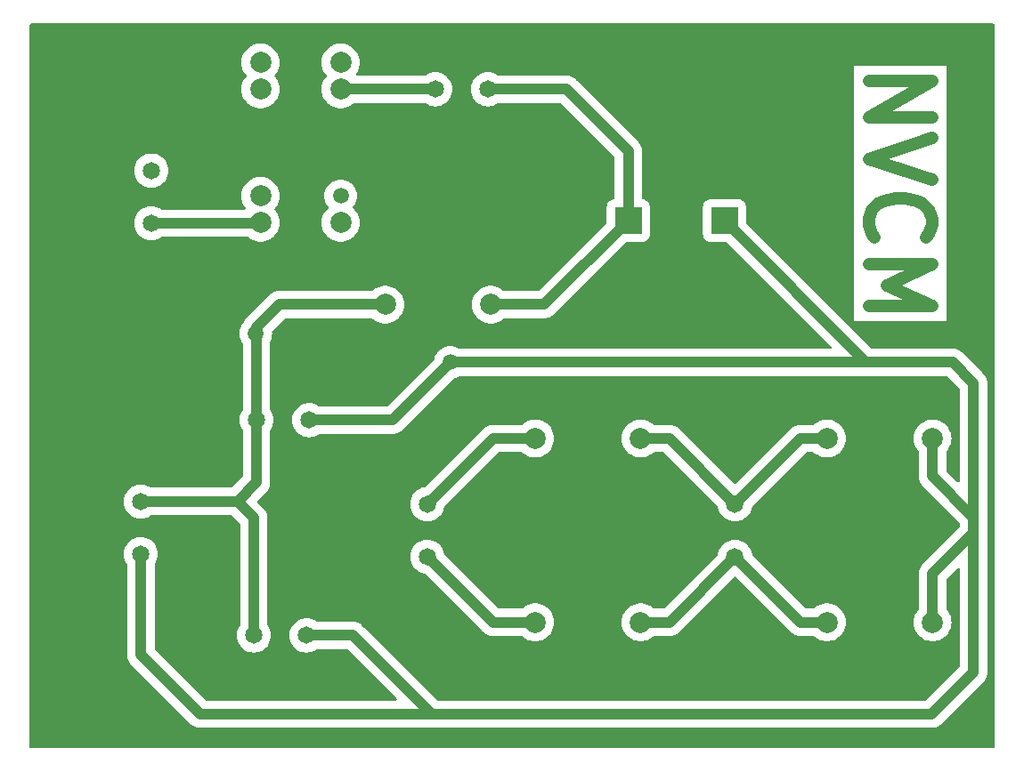
<source format=gbr>
%TF.GenerationSoftware,KiCad,Pcbnew,7.0.7*%
%TF.CreationDate,2024-05-24T17:12:04+02:00*%
%TF.ProjectId,PCB,5043422e-6b69-4636-9164-5f7063625858,rev?*%
%TF.SameCoordinates,Original*%
%TF.FileFunction,Copper,L1,Top*%
%TF.FilePolarity,Positive*%
%FSLAX46Y46*%
G04 Gerber Fmt 4.6, Leading zero omitted, Abs format (unit mm)*
G04 Created by KiCad (PCBNEW 7.0.7) date 2024-05-24 17:12:04*
%MOMM*%
%LPD*%
G01*
G04 APERTURE LIST*
%ADD10C,1.200000*%
%TA.AperFunction,NonConductor*%
%ADD11C,1.200000*%
%TD*%
%TA.AperFunction,ComponentPad*%
%ADD12C,1.650000*%
%TD*%
%TA.AperFunction,ComponentPad*%
%ADD13C,2.000000*%
%TD*%
%TA.AperFunction,ComponentPad*%
%ADD14R,2.500000X2.500000*%
%TD*%
%TA.AperFunction,ComponentPad*%
%ADD15C,1.500000*%
%TD*%
%TA.AperFunction,ViaPad*%
%ADD16C,1.500000*%
%TD*%
%TA.AperFunction,Conductor*%
%ADD17C,1.000000*%
%TD*%
G04 APERTURE END LIST*
D10*
D11*
X154286685Y-62468044D02*
X160286685Y-62468044D01*
X160286685Y-62468044D02*
X154286685Y-65896615D01*
X154286685Y-65896615D02*
X160286685Y-65896615D01*
X160286685Y-67896615D02*
X154286685Y-69896615D01*
X154286685Y-69896615D02*
X160286685Y-71896615D01*
X154858114Y-77325186D02*
X154572400Y-77039472D01*
X154572400Y-77039472D02*
X154286685Y-76182329D01*
X154286685Y-76182329D02*
X154286685Y-75610901D01*
X154286685Y-75610901D02*
X154572400Y-74753758D01*
X154572400Y-74753758D02*
X155143828Y-74182329D01*
X155143828Y-74182329D02*
X155715257Y-73896615D01*
X155715257Y-73896615D02*
X156858114Y-73610901D01*
X156858114Y-73610901D02*
X157715257Y-73610901D01*
X157715257Y-73610901D02*
X158858114Y-73896615D01*
X158858114Y-73896615D02*
X159429542Y-74182329D01*
X159429542Y-74182329D02*
X160000971Y-74753758D01*
X160000971Y-74753758D02*
X160286685Y-75610901D01*
X160286685Y-75610901D02*
X160286685Y-76182329D01*
X160286685Y-76182329D02*
X160000971Y-77039472D01*
X160000971Y-77039472D02*
X159715257Y-77325186D01*
X154286685Y-79896615D02*
X160286685Y-79896615D01*
X160286685Y-79896615D02*
X156000971Y-81896615D01*
X156000971Y-81896615D02*
X160286685Y-83896615D01*
X160286685Y-83896615D02*
X154286685Y-83896615D01*
D12*
%TO.P,J6,1,Pin_1*%
%TO.N,Net-(J6-Pin_1)*%
X118072000Y-63250000D03*
%TO.P,J6,2,Pin_2*%
%TO.N,Net-(J6-Pin_2)*%
X113072000Y-63250000D03*
%TD*%
D13*
%TO.P,R2,1*%
%TO.N,Net-(J4-Pin_2)*%
X122564000Y-114000000D03*
%TO.P,R2,2*%
%TO.N,Net-(J5-Pin_2)*%
X132597000Y-114000000D03*
%TD*%
D14*
%TO.P,SW1,1,A*%
%TO.N,Net-(J6-Pin_1)*%
X131428000Y-75750000D03*
%TO.P,SW1,2,A*%
%TO.N,GND*%
X140572000Y-75750000D03*
%TD*%
D12*
%TO.P,J5,1,Pin_1*%
%TO.N,Net-(J5-Pin_1)*%
X141572000Y-102750000D03*
%TO.P,J5,2,Pin_2*%
%TO.N,Net-(J5-Pin_2)*%
X141572000Y-107750000D03*
%TD*%
%TO.P,J7,1,Pin_1*%
%TO.N,Net-(J7-Pin_1)*%
X86072000Y-76000000D03*
%TO.P,J7,2*%
%TO.N,N/C*%
X86072000Y-71000000D03*
%TD*%
D13*
%TO.P,R5,1*%
%TO.N,Net-(J1-Pin_2)*%
X108314000Y-83750000D03*
%TO.P,R5,2*%
%TO.N,Net-(J6-Pin_1)*%
X118347000Y-83750000D03*
%TD*%
%TO.P,R4,1*%
%TO.N,Net-(J5-Pin_2)*%
X150314000Y-114000000D03*
%TO.P,R4,2*%
%TO.N,GND*%
X160347000Y-114000000D03*
%TD*%
D12*
%TO.P,J1,1,Pin_1*%
%TO.N,GND*%
X85072000Y-107500000D03*
%TO.P,J1,2,Pin_2*%
%TO.N,Net-(J1-Pin_2)*%
X85072000Y-102500000D03*
%TD*%
%TO.P,J3,1,Pin_1*%
%TO.N,GND*%
X100822000Y-115250000D03*
%TO.P,J3,2,Pin_2*%
%TO.N,Net-(J1-Pin_2)*%
X95822000Y-115250000D03*
%TD*%
D13*
%TO.P,R1,1*%
%TO.N,Net-(J4-Pin_1)*%
X122564000Y-96500000D03*
%TO.P,R1,2*%
%TO.N,Net-(J5-Pin_1)*%
X132597000Y-96500000D03*
%TD*%
%TO.P,U3,1*%
%TO.N,unconnected-(U3-Pad1)*%
X104072000Y-60710000D03*
%TO.P,U3,2*%
%TO.N,Net-(J6-Pin_2)*%
X104072000Y-63250000D03*
D15*
%TO.P,U3,3*%
%TO.N,GND*%
X104072000Y-73410000D03*
D13*
%TO.P,U3,4*%
%TO.N,unconnected-(U3-Pad4)*%
X104072000Y-75950000D03*
%TO.P,U3,5*%
%TO.N,Net-(J1-Pin_2)*%
X96452000Y-60710000D03*
%TO.P,U3,6*%
%TO.N,unconnected-(U3-Pad6)*%
X96452000Y-63250000D03*
%TO.P,U3,7*%
%TO.N,unconnected-(U3-Pad7)*%
X96452000Y-73410000D03*
%TO.P,U3,8*%
%TO.N,Net-(J7-Pin_1)*%
X96452000Y-75950000D03*
%TD*%
%TO.P,R3,1*%
%TO.N,Net-(J5-Pin_1)*%
X150314000Y-96500000D03*
%TO.P,R3,2*%
%TO.N,GND*%
X160347000Y-96500000D03*
%TD*%
D12*
%TO.P,J4,1,Pin_1*%
%TO.N,Net-(J4-Pin_1)*%
X112322000Y-102750000D03*
%TO.P,J4,2,Pin_2*%
%TO.N,Net-(J4-Pin_2)*%
X112322000Y-107750000D03*
%TD*%
%TO.P,J2,1,Pin_1*%
%TO.N,GND*%
X101072000Y-94750000D03*
%TO.P,J2,2,Pin_2*%
%TO.N,Net-(J1-Pin_2)*%
X96072000Y-94750000D03*
%TD*%
D16*
%TO.N,GND*%
X114500000Y-89250000D03*
%TO.N,Net-(J1-Pin_2)*%
X96000000Y-86500000D03*
%TD*%
D17*
%TO.N,Net-(J4-Pin_1)*%
X118572000Y-96500000D02*
X122564000Y-96500000D01*
X112322000Y-102750000D02*
X118572000Y-96500000D01*
%TO.N,Net-(J5-Pin_1)*%
X135322000Y-96500000D02*
X141572000Y-102750000D01*
X147822000Y-96500000D02*
X150314000Y-96500000D01*
X132597000Y-96500000D02*
X135322000Y-96500000D01*
X141572000Y-102750000D02*
X147822000Y-96500000D01*
%TO.N,Net-(J4-Pin_2)*%
X118572000Y-114000000D02*
X122564000Y-114000000D01*
X112322000Y-107750000D02*
X118572000Y-114000000D01*
%TO.N,Net-(J5-Pin_2)*%
X147822000Y-114000000D02*
X150314000Y-114000000D01*
X135322000Y-114000000D02*
X141572000Y-107750000D01*
X132597000Y-114000000D02*
X135322000Y-114000000D01*
X141572000Y-107750000D02*
X147822000Y-114000000D01*
%TO.N,GND*%
X164250000Y-105500000D02*
X164250000Y-104000000D01*
X160347000Y-109403000D02*
X164250000Y-105500000D01*
X100822000Y-115250000D02*
X105250000Y-115250000D01*
X154000000Y-89178000D02*
X154000000Y-89250000D01*
X112750000Y-122750000D02*
X160250000Y-122750000D01*
X164250000Y-118750000D02*
X164250000Y-105500000D01*
X164250000Y-104000000D02*
X164250000Y-91250000D01*
X154000000Y-89250000D02*
X114500000Y-89250000D01*
X160347000Y-114000000D02*
X160347000Y-109403000D01*
X114500000Y-89250000D02*
X109000000Y-94750000D01*
X85072000Y-117072000D02*
X90750000Y-122750000D01*
X105250000Y-115250000D02*
X112750000Y-122750000D01*
X160250000Y-122750000D02*
X164250000Y-118750000D01*
X90750000Y-122750000D02*
X112750000Y-122750000D01*
X164250000Y-91250000D02*
X162250000Y-89250000D01*
X140572000Y-75750000D02*
X154000000Y-89178000D01*
X109000000Y-94750000D02*
X101072000Y-94750000D01*
X162250000Y-89250000D02*
X154000000Y-89250000D01*
X160347000Y-96500000D02*
X160347000Y-100097000D01*
X160347000Y-100097000D02*
X164250000Y-104000000D01*
X85072000Y-107500000D02*
X85072000Y-117072000D01*
%TO.N,Net-(J1-Pin_2)*%
X95822000Y-104072000D02*
X95822000Y-115250000D01*
X96072000Y-100678000D02*
X96072000Y-94750000D01*
X96072000Y-94750000D02*
X96072000Y-85928000D01*
X94250000Y-102500000D02*
X96072000Y-100678000D01*
X94250000Y-102500000D02*
X95822000Y-104072000D01*
X85072000Y-102500000D02*
X94250000Y-102500000D01*
X96072000Y-85928000D02*
X98250000Y-83750000D01*
X98250000Y-83750000D02*
X108314000Y-83750000D01*
%TO.N,Net-(J6-Pin_1)*%
X118072000Y-63250000D02*
X125500000Y-63250000D01*
X125500000Y-63250000D02*
X131428000Y-69178000D01*
X118347000Y-83750000D02*
X123428000Y-83750000D01*
X123428000Y-83750000D02*
X131428000Y-75750000D01*
X131428000Y-69178000D02*
X131428000Y-75750000D01*
%TO.N,Net-(J6-Pin_2)*%
X104072000Y-63250000D02*
X113072000Y-63250000D01*
%TO.N,Net-(J7-Pin_1)*%
X96402000Y-76000000D02*
X96452000Y-75950000D01*
X86072000Y-76000000D02*
X96402000Y-76000000D01*
%TD*%
%TA.AperFunction,NonConductor*%
G36*
X166193039Y-57019685D02*
G01*
X166238794Y-57072489D01*
X166250000Y-57124000D01*
X166250000Y-125876000D01*
X166230315Y-125943039D01*
X166177511Y-125988794D01*
X166126000Y-126000000D01*
X74624000Y-126000000D01*
X74556961Y-125980315D01*
X74511206Y-125927511D01*
X74500000Y-125876000D01*
X74500000Y-107500000D01*
X83441474Y-107500000D01*
X83461547Y-107755064D01*
X83521279Y-108003864D01*
X83619188Y-108240239D01*
X83619190Y-108240242D01*
X83753227Y-108458971D01*
X83771500Y-108523761D01*
X83771500Y-116955465D01*
X83771499Y-116955490D01*
X83771499Y-117185783D01*
X83780926Y-117239245D01*
X83781632Y-117244608D01*
X83786365Y-117298692D01*
X83800416Y-117351133D01*
X83801587Y-117356416D01*
X83811014Y-117409879D01*
X83829580Y-117460888D01*
X83831208Y-117466049D01*
X83845260Y-117518495D01*
X83845260Y-117518496D01*
X83868204Y-117567698D01*
X83870275Y-117572697D01*
X83888844Y-117623715D01*
X83915996Y-117670744D01*
X83918484Y-117675522D01*
X83926428Y-117692558D01*
X83941429Y-117724730D01*
X83941432Y-117724735D01*
X83972567Y-117769200D01*
X83975474Y-117773764D01*
X83998578Y-117813780D01*
X84002623Y-117820786D01*
X84037526Y-117862382D01*
X84040803Y-117866651D01*
X84068996Y-117906916D01*
X84071955Y-117911142D01*
X84234995Y-118074182D01*
X84235017Y-118074202D01*
X89748301Y-123587486D01*
X89748330Y-123587517D01*
X89910858Y-123750045D01*
X89910861Y-123750047D01*
X89955334Y-123781187D01*
X89959622Y-123784477D01*
X89979430Y-123801097D01*
X90001215Y-123819377D01*
X90048256Y-123846536D01*
X90052783Y-123849421D01*
X90097266Y-123880568D01*
X90146476Y-123903515D01*
X90151246Y-123905998D01*
X90198285Y-123933156D01*
X90249291Y-123951720D01*
X90254292Y-123953791D01*
X90290835Y-123970831D01*
X90303504Y-123976739D01*
X90303505Y-123976739D01*
X90303507Y-123976740D01*
X90329770Y-123983776D01*
X90355946Y-123990790D01*
X90361101Y-123992415D01*
X90412121Y-124010985D01*
X90465609Y-124020416D01*
X90470847Y-124021577D01*
X90523308Y-124035635D01*
X90577397Y-124040367D01*
X90582724Y-124041067D01*
X90636221Y-124050501D01*
X90636224Y-124050501D01*
X90866312Y-124050501D01*
X90866336Y-124050500D01*
X112633664Y-124050500D01*
X112633688Y-124050501D01*
X112636221Y-124050501D01*
X112866312Y-124050501D01*
X112866336Y-124050500D01*
X160133664Y-124050500D01*
X160133688Y-124050501D01*
X160136221Y-124050501D01*
X160363775Y-124050501D01*
X160363779Y-124050501D01*
X160417280Y-124041066D01*
X160422597Y-124040367D01*
X160476692Y-124035635D01*
X160529163Y-124021574D01*
X160534381Y-124020417D01*
X160587880Y-124010985D01*
X160638924Y-123992405D01*
X160644029Y-123990796D01*
X160696496Y-123976739D01*
X160745714Y-123953786D01*
X160750685Y-123951728D01*
X160801715Y-123933156D01*
X160848736Y-123906007D01*
X160853522Y-123903514D01*
X160902734Y-123880568D01*
X160947203Y-123849429D01*
X160951770Y-123846521D01*
X160965451Y-123838622D01*
X160998786Y-123819377D01*
X161040389Y-123784466D01*
X161044652Y-123781195D01*
X161089139Y-123750047D01*
X161250047Y-123589139D01*
X161250047Y-123589137D01*
X161257108Y-123582077D01*
X161257114Y-123582070D01*
X165082070Y-119757114D01*
X165082077Y-119757108D01*
X165089137Y-119750047D01*
X165089139Y-119750047D01*
X165250047Y-119589139D01*
X165281195Y-119544652D01*
X165284466Y-119540389D01*
X165319377Y-119498786D01*
X165346521Y-119451770D01*
X165349429Y-119447204D01*
X165349472Y-119447141D01*
X165380568Y-119402734D01*
X165403514Y-119353522D01*
X165406008Y-119348735D01*
X165433156Y-119301715D01*
X165451728Y-119250685D01*
X165453786Y-119245714D01*
X165476739Y-119196496D01*
X165490796Y-119144029D01*
X165492405Y-119138924D01*
X165510985Y-119087880D01*
X165520417Y-119034381D01*
X165521574Y-119029163D01*
X165535635Y-118976692D01*
X165540367Y-118922597D01*
X165541066Y-118917280D01*
X165550501Y-118863779D01*
X165550501Y-118636221D01*
X165550501Y-118633490D01*
X165550500Y-118633465D01*
X165550500Y-105616823D01*
X165550501Y-105616802D01*
X165550501Y-105383490D01*
X165550500Y-105383465D01*
X165550500Y-104116823D01*
X165550501Y-104116802D01*
X165550501Y-103883490D01*
X165550500Y-103883465D01*
X165550500Y-91366823D01*
X165550501Y-91366802D01*
X165550501Y-91136223D01*
X165550501Y-91136221D01*
X165541067Y-91082724D01*
X165540367Y-91077397D01*
X165535635Y-91023308D01*
X165521581Y-90970858D01*
X165520413Y-90965595D01*
X165510985Y-90912120D01*
X165500579Y-90883532D01*
X165492416Y-90861101D01*
X165490788Y-90855939D01*
X165476739Y-90803503D01*
X165471086Y-90791382D01*
X165453787Y-90754286D01*
X165451727Y-90749311D01*
X165433156Y-90698286D01*
X165433156Y-90698285D01*
X165421023Y-90677271D01*
X165406003Y-90651254D01*
X165403504Y-90646454D01*
X165380568Y-90597266D01*
X165380564Y-90597261D01*
X165380565Y-90597261D01*
X165349430Y-90552796D01*
X165346523Y-90548232D01*
X165332735Y-90524351D01*
X165319377Y-90501214D01*
X165284474Y-90459619D01*
X165281193Y-90455344D01*
X165250047Y-90410861D01*
X165250046Y-90410860D01*
X165250044Y-90410857D01*
X165087517Y-90248330D01*
X165087486Y-90248301D01*
X163252202Y-88413017D01*
X163252182Y-88412995D01*
X163089142Y-88249955D01*
X163084916Y-88246996D01*
X163044651Y-88218803D01*
X163040382Y-88215526D01*
X162998786Y-88180623D01*
X162991780Y-88176578D01*
X162951764Y-88153474D01*
X162947200Y-88150567D01*
X162902735Y-88119432D01*
X162902730Y-88119429D01*
X162870558Y-88104428D01*
X162853522Y-88096484D01*
X162848744Y-88093996D01*
X162801715Y-88066844D01*
X162766606Y-88054065D01*
X162750697Y-88048275D01*
X162745698Y-88046204D01*
X162696495Y-88023260D01*
X162644049Y-88009208D01*
X162638888Y-88007580D01*
X162587879Y-87989014D01*
X162534416Y-87979587D01*
X162529133Y-87978416D01*
X162476692Y-87964365D01*
X162422608Y-87959632D01*
X162417245Y-87958926D01*
X162363783Y-87949499D01*
X162363779Y-87949499D01*
X162136221Y-87949499D01*
X162133688Y-87949499D01*
X162133664Y-87949500D01*
X154662047Y-87949500D01*
X154595008Y-87929815D01*
X154574366Y-87913181D01*
X142658819Y-75997633D01*
X142625334Y-75936310D01*
X142622500Y-75909952D01*
X142622500Y-74455043D01*
X142622499Y-74455039D01*
X142607369Y-74320750D01*
X142607368Y-74320745D01*
X142562807Y-74193398D01*
X142547789Y-74150478D01*
X142451816Y-73997738D01*
X142324262Y-73870184D01*
X142324262Y-73870183D01*
X142171523Y-73774211D01*
X142001254Y-73714631D01*
X142001249Y-73714630D01*
X141866960Y-73699500D01*
X141866954Y-73699500D01*
X139277046Y-73699500D01*
X139277039Y-73699500D01*
X139142750Y-73714630D01*
X139142745Y-73714631D01*
X138972476Y-73774211D01*
X138819737Y-73870184D01*
X138692184Y-73997737D01*
X138596211Y-74150476D01*
X138536631Y-74320745D01*
X138536630Y-74320750D01*
X138521500Y-74455039D01*
X138521500Y-77044960D01*
X138536630Y-77179249D01*
X138536631Y-77179254D01*
X138596211Y-77349523D01*
X138661112Y-77452811D01*
X138692184Y-77502262D01*
X138819738Y-77629816D01*
X138910080Y-77686582D01*
X138947795Y-77710280D01*
X138972478Y-77725789D01*
X139043098Y-77750500D01*
X139142745Y-77785368D01*
X139142750Y-77785369D01*
X139233246Y-77795565D01*
X139277040Y-77800499D01*
X139277043Y-77800500D01*
X139277046Y-77800500D01*
X140731953Y-77800500D01*
X140798992Y-77820185D01*
X140819634Y-77836819D01*
X150720634Y-87737819D01*
X150754119Y-87799142D01*
X150749135Y-87868834D01*
X150707263Y-87924767D01*
X150641799Y-87949184D01*
X150632953Y-87949500D01*
X115380219Y-87949500D01*
X115315429Y-87931227D01*
X115304887Y-87924767D01*
X115285981Y-87913181D01*
X115206089Y-87864222D01*
X114980618Y-87770830D01*
X114980621Y-87770830D01*
X114843122Y-87737819D01*
X114743302Y-87713854D01*
X114743300Y-87713853D01*
X114743297Y-87713853D01*
X114500000Y-87694706D01*
X114256702Y-87713853D01*
X114019380Y-87770830D01*
X113793910Y-87864222D01*
X113585826Y-87991737D01*
X113585823Y-87991738D01*
X113400241Y-88150241D01*
X113241738Y-88335823D01*
X113241737Y-88335826D01*
X113114222Y-88543911D01*
X113114220Y-88543914D01*
X113020829Y-88769383D01*
X113020826Y-88769393D01*
X112990889Y-88894084D01*
X112957997Y-88952816D01*
X108497634Y-93413181D01*
X108436311Y-93446666D01*
X108409953Y-93449500D01*
X102095761Y-93449500D01*
X102030971Y-93431227D01*
X101812242Y-93297190D01*
X101812239Y-93297188D01*
X101575864Y-93199279D01*
X101575860Y-93199278D01*
X101327070Y-93139548D01*
X101327067Y-93139547D01*
X101327064Y-93139547D01*
X101072000Y-93119474D01*
X100816935Y-93139547D01*
X100816931Y-93139547D01*
X100816930Y-93139548D01*
X100692534Y-93169413D01*
X100568135Y-93199279D01*
X100331760Y-93297188D01*
X100331757Y-93297190D01*
X100113603Y-93430875D01*
X100113598Y-93430878D01*
X99919044Y-93597044D01*
X99752878Y-93791598D01*
X99752875Y-93791603D01*
X99619190Y-94009757D01*
X99619188Y-94009760D01*
X99521279Y-94246135D01*
X99461547Y-94494935D01*
X99441474Y-94750000D01*
X99461547Y-95005064D01*
X99461547Y-95005067D01*
X99461548Y-95005070D01*
X99517714Y-95239014D01*
X99521279Y-95253864D01*
X99619188Y-95490239D01*
X99619190Y-95490242D01*
X99752875Y-95708396D01*
X99752878Y-95708401D01*
X99808701Y-95773761D01*
X99919044Y-95902956D01*
X100023790Y-95992417D01*
X100113598Y-96069121D01*
X100113603Y-96069124D01*
X100331757Y-96202809D01*
X100331760Y-96202811D01*
X100568135Y-96300720D01*
X100568140Y-96300722D01*
X100816930Y-96360452D01*
X101072000Y-96380526D01*
X101327070Y-96360452D01*
X101575860Y-96300722D01*
X101744433Y-96230897D01*
X101812239Y-96202811D01*
X101812240Y-96202810D01*
X101812243Y-96202809D01*
X101930397Y-96130403D01*
X102030971Y-96068773D01*
X102095761Y-96050500D01*
X108883664Y-96050500D01*
X108883688Y-96050501D01*
X108886221Y-96050501D01*
X109113775Y-96050501D01*
X109113779Y-96050501D01*
X109167280Y-96041066D01*
X109172597Y-96040367D01*
X109226692Y-96035635D01*
X109279163Y-96021574D01*
X109284381Y-96020417D01*
X109337880Y-96010985D01*
X109388924Y-95992405D01*
X109394029Y-95990796D01*
X109446496Y-95976739D01*
X109495714Y-95953786D01*
X109500685Y-95951728D01*
X109551715Y-95933156D01*
X109598736Y-95906007D01*
X109603522Y-95903514D01*
X109652734Y-95880568D01*
X109697203Y-95849429D01*
X109701770Y-95846521D01*
X109715451Y-95838622D01*
X109748786Y-95819377D01*
X109790389Y-95784466D01*
X109794652Y-95781195D01*
X109839139Y-95750047D01*
X110000047Y-95589139D01*
X110000047Y-95589137D01*
X110007108Y-95582077D01*
X110007114Y-95582070D01*
X114797183Y-90792000D01*
X114855914Y-90759109D01*
X114980612Y-90729172D01*
X114980613Y-90729172D01*
X115206085Y-90635779D01*
X115206086Y-90635778D01*
X115206089Y-90635777D01*
X115315429Y-90568772D01*
X115380219Y-90550500D01*
X153940510Y-90550500D01*
X153945910Y-90550735D01*
X153984684Y-90554128D01*
X153999999Y-90555468D01*
X154000000Y-90555468D01*
X154000001Y-90555468D01*
X154015315Y-90554128D01*
X154054089Y-90550735D01*
X154059490Y-90550500D01*
X161659953Y-90550500D01*
X161726992Y-90570185D01*
X161747634Y-90586819D01*
X162913181Y-91752366D01*
X162946666Y-91813689D01*
X162949500Y-91840047D01*
X162949500Y-100560952D01*
X162929815Y-100627991D01*
X162877011Y-100673746D01*
X162807853Y-100683690D01*
X162744297Y-100654665D01*
X162737819Y-100648633D01*
X161683819Y-99594633D01*
X161650334Y-99533310D01*
X161647500Y-99506952D01*
X161647500Y-97800392D01*
X161667185Y-97733353D01*
X161674553Y-97723079D01*
X161838815Y-97517102D01*
X161973743Y-97283398D01*
X162072334Y-97032195D01*
X162132383Y-96769103D01*
X162152549Y-96500000D01*
X162132383Y-96230897D01*
X162072334Y-95967805D01*
X161973743Y-95716602D01*
X161838815Y-95482898D01*
X161670561Y-95271915D01*
X161670560Y-95271914D01*
X161670557Y-95271910D01*
X161472741Y-95088365D01*
X161472740Y-95088365D01*
X161249775Y-94936349D01*
X161249769Y-94936346D01*
X161249768Y-94936345D01*
X161249767Y-94936344D01*
X161006643Y-94819263D01*
X161006645Y-94819263D01*
X160748773Y-94739720D01*
X160748767Y-94739718D01*
X160481936Y-94699500D01*
X160481929Y-94699500D01*
X160212071Y-94699500D01*
X160212063Y-94699500D01*
X159945232Y-94739718D01*
X159945226Y-94739720D01*
X159687358Y-94819262D01*
X159444230Y-94936346D01*
X159221258Y-95088365D01*
X159023442Y-95271910D01*
X158855185Y-95482898D01*
X158720258Y-95716599D01*
X158720256Y-95716603D01*
X158621666Y-95967804D01*
X158621664Y-95967811D01*
X158561616Y-96230898D01*
X158541451Y-96499995D01*
X158541451Y-96500004D01*
X158561616Y-96769101D01*
X158621664Y-97032188D01*
X158621666Y-97032195D01*
X158720257Y-97283398D01*
X158855185Y-97517102D01*
X159019447Y-97723079D01*
X159045855Y-97787766D01*
X159046500Y-97800392D01*
X159046500Y-99980465D01*
X159046499Y-99980490D01*
X159046499Y-100210783D01*
X159055926Y-100264245D01*
X159056632Y-100269608D01*
X159061365Y-100323692D01*
X159075416Y-100376133D01*
X159076587Y-100381416D01*
X159086014Y-100434879D01*
X159104580Y-100485888D01*
X159106208Y-100491049D01*
X159120260Y-100543495D01*
X159120260Y-100543496D01*
X159143204Y-100592698D01*
X159145275Y-100597697D01*
X159163844Y-100648715D01*
X159190996Y-100695744D01*
X159193484Y-100700522D01*
X159201428Y-100717558D01*
X159216429Y-100749730D01*
X159216432Y-100749735D01*
X159247567Y-100794200D01*
X159250474Y-100798764D01*
X159264544Y-100823133D01*
X159277623Y-100845786D01*
X159312526Y-100887382D01*
X159315803Y-100891651D01*
X159343996Y-100931916D01*
X159346955Y-100936142D01*
X159509995Y-101099182D01*
X159510017Y-101099202D01*
X162913181Y-104502366D01*
X162946666Y-104563689D01*
X162949500Y-104590047D01*
X162949500Y-104909952D01*
X162929815Y-104976991D01*
X162913181Y-104997633D01*
X159346956Y-108563857D01*
X159346949Y-108563865D01*
X159315809Y-108608337D01*
X159312516Y-108612628D01*
X159277623Y-108654212D01*
X159277622Y-108654214D01*
X159250473Y-108701237D01*
X159247566Y-108705799D01*
X159216431Y-108750265D01*
X159193489Y-108799464D01*
X159190991Y-108804263D01*
X159163844Y-108851282D01*
X159145273Y-108902305D01*
X159143203Y-108907303D01*
X159120262Y-108956502D01*
X159106207Y-109008950D01*
X159104580Y-109014109D01*
X159086015Y-109065115D01*
X159076586Y-109118585D01*
X159075415Y-109123866D01*
X159061364Y-109176309D01*
X159056632Y-109230390D01*
X159055926Y-109235753D01*
X159046499Y-109289221D01*
X159046499Y-109289223D01*
X159046499Y-109289224D01*
X159046499Y-109519802D01*
X159046500Y-109519823D01*
X159046500Y-112699608D01*
X159026815Y-112766647D01*
X159019447Y-112776921D01*
X158855185Y-112982898D01*
X158720258Y-113216599D01*
X158720256Y-113216603D01*
X158621666Y-113467804D01*
X158621664Y-113467811D01*
X158561616Y-113730898D01*
X158541451Y-113999995D01*
X158541451Y-114000004D01*
X158561616Y-114269101D01*
X158616545Y-114509760D01*
X158621666Y-114532195D01*
X158720257Y-114783398D01*
X158855185Y-115017102D01*
X158965959Y-115156008D01*
X159023442Y-115228089D01*
X159122699Y-115320185D01*
X159221259Y-115411635D01*
X159444226Y-115563651D01*
X159687359Y-115680738D01*
X159945228Y-115760280D01*
X159945229Y-115760280D01*
X159945232Y-115760281D01*
X160212063Y-115800499D01*
X160212068Y-115800499D01*
X160212071Y-115800500D01*
X160212072Y-115800500D01*
X160481928Y-115800500D01*
X160481929Y-115800500D01*
X160481936Y-115800499D01*
X160748767Y-115760281D01*
X160748768Y-115760280D01*
X160748772Y-115760280D01*
X161006641Y-115680738D01*
X161249775Y-115563651D01*
X161472741Y-115411635D01*
X161656113Y-115241491D01*
X161670557Y-115228089D01*
X161670557Y-115228087D01*
X161670561Y-115228085D01*
X161838815Y-115017102D01*
X161973743Y-114783398D01*
X162072334Y-114532195D01*
X162132383Y-114269103D01*
X162147540Y-114066844D01*
X162152549Y-114000004D01*
X162152549Y-113999995D01*
X162132383Y-113730898D01*
X162072335Y-113467811D01*
X162072334Y-113467805D01*
X161973743Y-113216602D01*
X161838815Y-112982898D01*
X161674552Y-112776920D01*
X161648145Y-112712234D01*
X161647500Y-112699608D01*
X161647500Y-109993046D01*
X161667185Y-109926007D01*
X161683819Y-109905365D01*
X162737819Y-108851365D01*
X162799142Y-108817880D01*
X162868834Y-108822864D01*
X162924767Y-108864736D01*
X162949184Y-108930200D01*
X162949500Y-108939046D01*
X162949500Y-118159953D01*
X162929815Y-118226992D01*
X162913181Y-118247634D01*
X159747634Y-121413181D01*
X159686311Y-121446666D01*
X159659953Y-121449500D01*
X113340047Y-121449500D01*
X113273008Y-121429815D01*
X113252366Y-121413181D01*
X106252202Y-114413017D01*
X106252182Y-114412995D01*
X106089142Y-114249955D01*
X106084916Y-114246996D01*
X106044651Y-114218803D01*
X106040382Y-114215526D01*
X105998786Y-114180623D01*
X105991780Y-114176578D01*
X105951764Y-114153474D01*
X105947200Y-114150567D01*
X105902735Y-114119432D01*
X105902730Y-114119429D01*
X105870558Y-114104428D01*
X105853522Y-114096484D01*
X105848744Y-114093996D01*
X105801715Y-114066844D01*
X105766606Y-114054065D01*
X105750697Y-114048275D01*
X105745698Y-114046204D01*
X105696495Y-114023260D01*
X105644049Y-114009208D01*
X105638888Y-114007580D01*
X105587879Y-113989014D01*
X105534416Y-113979587D01*
X105529133Y-113978416D01*
X105476692Y-113964365D01*
X105422608Y-113959632D01*
X105417245Y-113958926D01*
X105363783Y-113949499D01*
X105363779Y-113949499D01*
X105136221Y-113949499D01*
X105133688Y-113949499D01*
X105133664Y-113949500D01*
X101845761Y-113949500D01*
X101780971Y-113931227D01*
X101562242Y-113797190D01*
X101562239Y-113797188D01*
X101325864Y-113699279D01*
X101325860Y-113699278D01*
X101077070Y-113639548D01*
X101077067Y-113639547D01*
X101077064Y-113639547D01*
X100822000Y-113619474D01*
X100566935Y-113639547D01*
X100566931Y-113639547D01*
X100566930Y-113639548D01*
X100442535Y-113669413D01*
X100318135Y-113699279D01*
X100081760Y-113797188D01*
X100081757Y-113797190D01*
X99863603Y-113930875D01*
X99863598Y-113930878D01*
X99669044Y-114097044D01*
X99502878Y-114291598D01*
X99502875Y-114291603D01*
X99369190Y-114509757D01*
X99369188Y-114509760D01*
X99271279Y-114746135D01*
X99211547Y-114994935D01*
X99191474Y-115250000D01*
X99211547Y-115505064D01*
X99211547Y-115505067D01*
X99211548Y-115505070D01*
X99253723Y-115680738D01*
X99271279Y-115753864D01*
X99369188Y-115990239D01*
X99369190Y-115990242D01*
X99502875Y-116208396D01*
X99502878Y-116208401D01*
X99578200Y-116296591D01*
X99669044Y-116402956D01*
X99761538Y-116481953D01*
X99863598Y-116569121D01*
X99863600Y-116569122D01*
X99863601Y-116569123D01*
X100081756Y-116702808D01*
X100081757Y-116702809D01*
X100081760Y-116702811D01*
X100318135Y-116800720D01*
X100318140Y-116800722D01*
X100566930Y-116860452D01*
X100822000Y-116880526D01*
X101077070Y-116860452D01*
X101325860Y-116800722D01*
X101444051Y-116751765D01*
X101562239Y-116702811D01*
X101562240Y-116702810D01*
X101562243Y-116702809D01*
X101751522Y-116586819D01*
X101780971Y-116568773D01*
X101845761Y-116550500D01*
X104659953Y-116550500D01*
X104726992Y-116570185D01*
X104747634Y-116586819D01*
X109398634Y-121237819D01*
X109432119Y-121299142D01*
X109427135Y-121368834D01*
X109385263Y-121424767D01*
X109319799Y-121449184D01*
X109310953Y-121449500D01*
X91340047Y-121449500D01*
X91273008Y-121429815D01*
X91252366Y-121413181D01*
X86408819Y-116569634D01*
X86375334Y-116508311D01*
X86372500Y-116481953D01*
X86372500Y-108523761D01*
X86390773Y-108458971D01*
X86516462Y-108253864D01*
X86524809Y-108240243D01*
X86622722Y-108003860D01*
X86682452Y-107755070D01*
X86702526Y-107500000D01*
X86682452Y-107244930D01*
X86622722Y-106996140D01*
X86622720Y-106996135D01*
X86524811Y-106759760D01*
X86524809Y-106759757D01*
X86391124Y-106541603D01*
X86391121Y-106541598D01*
X86296554Y-106430875D01*
X86224956Y-106347044D01*
X86118591Y-106256200D01*
X86030401Y-106180878D01*
X86030396Y-106180875D01*
X85812242Y-106047190D01*
X85812239Y-106047188D01*
X85575864Y-105949279D01*
X85575860Y-105949278D01*
X85327070Y-105889548D01*
X85327067Y-105889547D01*
X85327064Y-105889547D01*
X85072000Y-105869474D01*
X84816935Y-105889547D01*
X84816931Y-105889547D01*
X84816930Y-105889548D01*
X84692534Y-105919413D01*
X84568135Y-105949279D01*
X84331760Y-106047188D01*
X84331757Y-106047190D01*
X84113603Y-106180875D01*
X84113598Y-106180878D01*
X83919044Y-106347044D01*
X83752878Y-106541598D01*
X83752875Y-106541603D01*
X83619190Y-106759757D01*
X83619188Y-106759760D01*
X83521279Y-106996135D01*
X83461547Y-107244935D01*
X83441474Y-107500000D01*
X74500000Y-107500000D01*
X74500000Y-102500000D01*
X83441474Y-102500000D01*
X83461547Y-102755064D01*
X83521279Y-103003864D01*
X83619188Y-103240239D01*
X83619190Y-103240242D01*
X83752875Y-103458396D01*
X83752878Y-103458401D01*
X83828200Y-103546591D01*
X83919044Y-103652956D01*
X83983960Y-103708399D01*
X84113598Y-103819121D01*
X84113600Y-103819122D01*
X84113601Y-103819123D01*
X84223095Y-103886221D01*
X84331757Y-103952809D01*
X84331760Y-103952811D01*
X84568135Y-104050720D01*
X84568140Y-104050722D01*
X84816930Y-104110452D01*
X85072000Y-104130526D01*
X85327070Y-104110452D01*
X85575860Y-104050722D01*
X85694051Y-104001765D01*
X85812239Y-103952811D01*
X85812240Y-103952810D01*
X85812243Y-103952809D01*
X85930397Y-103880403D01*
X86030971Y-103818773D01*
X86095761Y-103800500D01*
X93659953Y-103800500D01*
X93726992Y-103820185D01*
X93747634Y-103836819D01*
X94485181Y-104574366D01*
X94518666Y-104635689D01*
X94521500Y-104662047D01*
X94521500Y-114226238D01*
X94503228Y-114291028D01*
X94369187Y-114509763D01*
X94271279Y-114746135D01*
X94211547Y-114994935D01*
X94191474Y-115250000D01*
X94211547Y-115505064D01*
X94211547Y-115505067D01*
X94211548Y-115505070D01*
X94253723Y-115680738D01*
X94271279Y-115753864D01*
X94369188Y-115990239D01*
X94369190Y-115990242D01*
X94502875Y-116208396D01*
X94502878Y-116208401D01*
X94578200Y-116296591D01*
X94669044Y-116402956D01*
X94761538Y-116481953D01*
X94863598Y-116569121D01*
X94863600Y-116569122D01*
X94863601Y-116569123D01*
X95081757Y-116702809D01*
X95081760Y-116702811D01*
X95318135Y-116800720D01*
X95318140Y-116800722D01*
X95566930Y-116860452D01*
X95822000Y-116880526D01*
X96077070Y-116860452D01*
X96325860Y-116800722D01*
X96444051Y-116751765D01*
X96562239Y-116702811D01*
X96562240Y-116702810D01*
X96562243Y-116702809D01*
X96780399Y-116569123D01*
X96974956Y-116402956D01*
X97141123Y-116208399D01*
X97274809Y-115990243D01*
X97372722Y-115753860D01*
X97432452Y-115505070D01*
X97452526Y-115250000D01*
X97432452Y-114994930D01*
X97372722Y-114746140D01*
X97372720Y-114746135D01*
X97274812Y-114509763D01*
X97274810Y-114509760D01*
X97274809Y-114509757D01*
X97141123Y-114291601D01*
X97140772Y-114291028D01*
X97122500Y-114226238D01*
X97122500Y-107750000D01*
X110691474Y-107750000D01*
X110711547Y-108005064D01*
X110771279Y-108253864D01*
X110869188Y-108490239D01*
X110869190Y-108490242D01*
X111002875Y-108708396D01*
X111002878Y-108708401D01*
X111078200Y-108796591D01*
X111169044Y-108902956D01*
X111231741Y-108956504D01*
X111363598Y-109069121D01*
X111363603Y-109069124D01*
X111581757Y-109202809D01*
X111581760Y-109202811D01*
X111790374Y-109289221D01*
X111818140Y-109300722D01*
X112066930Y-109360452D01*
X112066934Y-109360452D01*
X112067583Y-109360608D01*
X112126316Y-109393501D01*
X117570301Y-114837486D01*
X117570330Y-114837517D01*
X117732857Y-115000044D01*
X117732860Y-115000046D01*
X117732861Y-115000047D01*
X117777344Y-115031193D01*
X117781619Y-115034474D01*
X117823214Y-115069377D01*
X117846351Y-115082735D01*
X117870232Y-115096523D01*
X117874796Y-115099430D01*
X117919261Y-115130565D01*
X117919262Y-115130565D01*
X117919266Y-115130568D01*
X117968472Y-115153512D01*
X117973254Y-115156002D01*
X118020282Y-115183155D01*
X118071291Y-115201720D01*
X118076292Y-115203791D01*
X118112835Y-115220831D01*
X118125504Y-115226739D01*
X118125505Y-115226739D01*
X118125507Y-115226740D01*
X118130542Y-115228089D01*
X118177946Y-115240790D01*
X118183101Y-115242415D01*
X118234121Y-115260985D01*
X118287609Y-115270416D01*
X118292847Y-115271577D01*
X118345308Y-115285635D01*
X118399397Y-115290367D01*
X118404724Y-115291067D01*
X118458221Y-115300501D01*
X118458224Y-115300501D01*
X118688312Y-115300501D01*
X118688336Y-115300500D01*
X121269818Y-115300500D01*
X121336857Y-115320185D01*
X121354159Y-115333602D01*
X121438254Y-115411631D01*
X121438256Y-115411632D01*
X121438259Y-115411635D01*
X121661226Y-115563651D01*
X121904359Y-115680738D01*
X122162228Y-115760280D01*
X122162229Y-115760280D01*
X122162232Y-115760281D01*
X122429063Y-115800499D01*
X122429068Y-115800499D01*
X122429071Y-115800500D01*
X122429072Y-115800500D01*
X122698928Y-115800500D01*
X122698929Y-115800500D01*
X122698936Y-115800499D01*
X122965767Y-115760281D01*
X122965768Y-115760280D01*
X122965772Y-115760280D01*
X123223641Y-115680738D01*
X123466775Y-115563651D01*
X123689741Y-115411635D01*
X123873113Y-115241491D01*
X123887557Y-115228089D01*
X123887557Y-115228087D01*
X123887561Y-115228085D01*
X124055815Y-115017102D01*
X124190743Y-114783398D01*
X124289334Y-114532195D01*
X124349383Y-114269103D01*
X124364540Y-114066844D01*
X124369549Y-114000004D01*
X130791451Y-114000004D01*
X130811616Y-114269101D01*
X130866545Y-114509760D01*
X130871666Y-114532195D01*
X130970257Y-114783398D01*
X131105185Y-115017102D01*
X131215959Y-115156008D01*
X131273442Y-115228089D01*
X131372699Y-115320185D01*
X131471259Y-115411635D01*
X131694226Y-115563651D01*
X131937359Y-115680738D01*
X132195228Y-115760280D01*
X132195229Y-115760280D01*
X132195232Y-115760281D01*
X132462063Y-115800499D01*
X132462068Y-115800499D01*
X132462071Y-115800500D01*
X132462072Y-115800500D01*
X132731928Y-115800500D01*
X132731929Y-115800500D01*
X132731936Y-115800499D01*
X132998767Y-115760281D01*
X132998768Y-115760280D01*
X132998772Y-115760280D01*
X133256641Y-115680738D01*
X133499775Y-115563651D01*
X133722741Y-115411635D01*
X133806840Y-115333602D01*
X133869373Y-115302433D01*
X133891182Y-115300500D01*
X135205664Y-115300500D01*
X135205688Y-115300501D01*
X135208221Y-115300501D01*
X135435775Y-115300501D01*
X135435779Y-115300501D01*
X135489280Y-115291066D01*
X135494597Y-115290367D01*
X135548692Y-115285635D01*
X135601163Y-115271574D01*
X135606381Y-115270417D01*
X135659880Y-115260985D01*
X135710924Y-115242405D01*
X135716029Y-115240796D01*
X135768496Y-115226739D01*
X135817714Y-115203786D01*
X135822685Y-115201728D01*
X135873715Y-115183156D01*
X135920736Y-115156007D01*
X135925522Y-115153514D01*
X135974734Y-115130568D01*
X136019203Y-115099429D01*
X136023770Y-115096521D01*
X136037451Y-115088622D01*
X136070786Y-115069377D01*
X136112389Y-115034466D01*
X136116652Y-115031195D01*
X136161139Y-115000047D01*
X136322047Y-114839139D01*
X136322047Y-114839137D01*
X136329108Y-114832077D01*
X136329113Y-114832070D01*
X141484322Y-109676862D01*
X141545641Y-109643380D01*
X141615333Y-109648364D01*
X141659680Y-109676865D01*
X146820301Y-114837486D01*
X146820330Y-114837517D01*
X146982857Y-115000044D01*
X146982860Y-115000046D01*
X146982861Y-115000047D01*
X147027344Y-115031193D01*
X147031619Y-115034474D01*
X147073214Y-115069377D01*
X147096351Y-115082735D01*
X147120232Y-115096523D01*
X147124796Y-115099430D01*
X147169261Y-115130565D01*
X147169262Y-115130565D01*
X147169266Y-115130568D01*
X147218472Y-115153512D01*
X147223254Y-115156002D01*
X147270282Y-115183155D01*
X147321291Y-115201720D01*
X147326292Y-115203791D01*
X147362835Y-115220831D01*
X147375504Y-115226739D01*
X147375505Y-115226739D01*
X147375507Y-115226740D01*
X147380542Y-115228089D01*
X147427946Y-115240790D01*
X147433101Y-115242415D01*
X147484121Y-115260985D01*
X147537609Y-115270416D01*
X147542847Y-115271577D01*
X147595308Y-115285635D01*
X147649397Y-115290367D01*
X147654724Y-115291067D01*
X147708221Y-115300501D01*
X147708224Y-115300501D01*
X147938312Y-115300501D01*
X147938336Y-115300500D01*
X149019818Y-115300500D01*
X149086857Y-115320185D01*
X149104159Y-115333602D01*
X149188254Y-115411631D01*
X149188256Y-115411632D01*
X149188259Y-115411635D01*
X149411226Y-115563651D01*
X149654359Y-115680738D01*
X149912228Y-115760280D01*
X149912229Y-115760280D01*
X149912232Y-115760281D01*
X150179063Y-115800499D01*
X150179068Y-115800499D01*
X150179071Y-115800500D01*
X150179072Y-115800500D01*
X150448928Y-115800500D01*
X150448929Y-115800500D01*
X150448936Y-115800499D01*
X150715767Y-115760281D01*
X150715768Y-115760280D01*
X150715772Y-115760280D01*
X150973641Y-115680738D01*
X151216775Y-115563651D01*
X151439741Y-115411635D01*
X151623113Y-115241491D01*
X151637557Y-115228089D01*
X151637557Y-115228087D01*
X151637561Y-115228085D01*
X151805815Y-115017102D01*
X151940743Y-114783398D01*
X152039334Y-114532195D01*
X152099383Y-114269103D01*
X152114540Y-114066844D01*
X152119549Y-114000004D01*
X152119549Y-113999995D01*
X152099383Y-113730898D01*
X152039335Y-113467811D01*
X152039334Y-113467805D01*
X151940743Y-113216602D01*
X151805815Y-112982898D01*
X151637561Y-112771915D01*
X151637560Y-112771914D01*
X151637557Y-112771910D01*
X151439741Y-112588365D01*
X151216775Y-112436349D01*
X151216769Y-112436346D01*
X151216768Y-112436345D01*
X151216767Y-112436344D01*
X150973643Y-112319263D01*
X150973645Y-112319263D01*
X150715773Y-112239720D01*
X150715767Y-112239718D01*
X150448936Y-112199500D01*
X150448929Y-112199500D01*
X150179071Y-112199500D01*
X150179063Y-112199500D01*
X149912232Y-112239718D01*
X149912226Y-112239720D01*
X149654358Y-112319262D01*
X149411230Y-112436346D01*
X149188254Y-112588368D01*
X149104159Y-112666398D01*
X149041627Y-112697567D01*
X149019818Y-112699500D01*
X148412047Y-112699500D01*
X148345008Y-112679815D01*
X148324366Y-112663181D01*
X143215501Y-107554316D01*
X143182608Y-107495583D01*
X143182452Y-107494934D01*
X143182452Y-107494930D01*
X143122722Y-107246140D01*
X143122221Y-107244930D01*
X143024811Y-107009760D01*
X143024809Y-107009757D01*
X143024808Y-107009757D01*
X142891123Y-106791601D01*
X142891122Y-106791600D01*
X142891121Y-106791598D01*
X142831319Y-106721579D01*
X142724956Y-106597044D01*
X142618591Y-106506200D01*
X142530401Y-106430878D01*
X142530396Y-106430875D01*
X142312242Y-106297190D01*
X142312239Y-106297188D01*
X142075864Y-106199279D01*
X142075860Y-106199278D01*
X141827070Y-106139548D01*
X141827067Y-106139547D01*
X141827064Y-106139547D01*
X141572000Y-106119474D01*
X141316935Y-106139547D01*
X141316931Y-106139547D01*
X141316930Y-106139548D01*
X141192535Y-106169413D01*
X141068135Y-106199279D01*
X140831760Y-106297188D01*
X140831757Y-106297190D01*
X140613603Y-106430875D01*
X140613598Y-106430878D01*
X140419044Y-106597044D01*
X140252878Y-106791598D01*
X140252875Y-106791603D01*
X140119190Y-107009757D01*
X140119188Y-107009760D01*
X140021279Y-107246135D01*
X139961391Y-107495582D01*
X139928498Y-107554315D01*
X134819634Y-112663181D01*
X134758311Y-112696666D01*
X134731953Y-112699500D01*
X133891182Y-112699500D01*
X133824143Y-112679815D01*
X133806841Y-112666398D01*
X133722745Y-112588368D01*
X133722741Y-112588365D01*
X133499775Y-112436349D01*
X133499769Y-112436346D01*
X133499768Y-112436345D01*
X133499767Y-112436344D01*
X133256643Y-112319263D01*
X133256645Y-112319263D01*
X132998773Y-112239720D01*
X132998767Y-112239718D01*
X132731936Y-112199500D01*
X132731929Y-112199500D01*
X132462071Y-112199500D01*
X132462063Y-112199500D01*
X132195232Y-112239718D01*
X132195226Y-112239720D01*
X131937358Y-112319262D01*
X131694230Y-112436346D01*
X131471258Y-112588365D01*
X131273442Y-112771910D01*
X131105185Y-112982898D01*
X130970258Y-113216599D01*
X130970256Y-113216603D01*
X130871666Y-113467804D01*
X130871664Y-113467811D01*
X130811616Y-113730898D01*
X130791451Y-113999995D01*
X130791451Y-114000004D01*
X124369549Y-114000004D01*
X124369549Y-113999995D01*
X124349383Y-113730898D01*
X124289335Y-113467811D01*
X124289334Y-113467805D01*
X124190743Y-113216602D01*
X124055815Y-112982898D01*
X123887561Y-112771915D01*
X123887560Y-112771914D01*
X123887557Y-112771910D01*
X123689741Y-112588365D01*
X123466775Y-112436349D01*
X123466769Y-112436346D01*
X123466768Y-112436345D01*
X123466767Y-112436344D01*
X123223643Y-112319263D01*
X123223645Y-112319263D01*
X122965773Y-112239720D01*
X122965767Y-112239718D01*
X122698936Y-112199500D01*
X122698929Y-112199500D01*
X122429071Y-112199500D01*
X122429063Y-112199500D01*
X122162232Y-112239718D01*
X122162226Y-112239720D01*
X121904358Y-112319262D01*
X121661230Y-112436346D01*
X121438254Y-112588368D01*
X121354159Y-112666398D01*
X121291627Y-112697567D01*
X121269818Y-112699500D01*
X119162047Y-112699500D01*
X119095008Y-112679815D01*
X119074366Y-112663181D01*
X113965501Y-107554316D01*
X113932608Y-107495583D01*
X113932452Y-107494934D01*
X113932452Y-107494930D01*
X113872722Y-107246140D01*
X113872221Y-107244930D01*
X113774811Y-107009760D01*
X113774809Y-107009757D01*
X113774808Y-107009757D01*
X113641123Y-106791601D01*
X113641122Y-106791600D01*
X113641121Y-106791598D01*
X113581319Y-106721579D01*
X113474956Y-106597044D01*
X113368591Y-106506200D01*
X113280401Y-106430878D01*
X113280396Y-106430875D01*
X113062242Y-106297190D01*
X113062239Y-106297188D01*
X112825864Y-106199279D01*
X112825860Y-106199278D01*
X112577070Y-106139548D01*
X112577067Y-106139547D01*
X112577064Y-106139547D01*
X112322000Y-106119474D01*
X112066935Y-106139547D01*
X112066931Y-106139547D01*
X112066930Y-106139548D01*
X111942535Y-106169413D01*
X111818135Y-106199279D01*
X111581760Y-106297188D01*
X111581757Y-106297190D01*
X111363603Y-106430875D01*
X111363598Y-106430878D01*
X111169044Y-106597044D01*
X111002878Y-106791598D01*
X111002875Y-106791603D01*
X110869190Y-107009757D01*
X110869188Y-107009760D01*
X110771279Y-107246135D01*
X110711547Y-107494935D01*
X110691474Y-107750000D01*
X97122500Y-107750000D01*
X97122500Y-104188823D01*
X97122501Y-104188802D01*
X97122501Y-103958223D01*
X97121547Y-103952811D01*
X97113067Y-103904724D01*
X97112367Y-103899397D01*
X97107635Y-103845308D01*
X97093577Y-103792847D01*
X97092416Y-103787609D01*
X97082985Y-103734121D01*
X97064415Y-103683101D01*
X97062789Y-103677942D01*
X97048740Y-103625507D01*
X97048737Y-103625500D01*
X97025791Y-103576292D01*
X97023720Y-103571291D01*
X97005155Y-103520282D01*
X96978002Y-103473254D01*
X96975512Y-103468472D01*
X96952568Y-103419266D01*
X96952565Y-103419262D01*
X96952565Y-103419261D01*
X96921430Y-103374796D01*
X96918523Y-103370232D01*
X96904735Y-103346351D01*
X96891377Y-103323214D01*
X96856474Y-103281619D01*
X96853193Y-103277344D01*
X96822047Y-103232861D01*
X96822046Y-103232860D01*
X96822044Y-103232857D01*
X96659517Y-103070330D01*
X96659486Y-103070301D01*
X96339186Y-102750000D01*
X110691474Y-102750000D01*
X110711547Y-103005064D01*
X110711547Y-103005067D01*
X110711548Y-103005070D01*
X110766236Y-103232857D01*
X110771279Y-103253864D01*
X110869188Y-103490239D01*
X110869190Y-103490242D01*
X111002875Y-103708396D01*
X111002878Y-103708401D01*
X111070500Y-103787576D01*
X111169044Y-103902956D01*
X111293579Y-104009319D01*
X111363598Y-104069121D01*
X111363600Y-104069122D01*
X111363601Y-104069123D01*
X111463800Y-104130525D01*
X111581757Y-104202809D01*
X111581760Y-104202811D01*
X111818135Y-104300720D01*
X111818140Y-104300722D01*
X112066930Y-104360452D01*
X112322000Y-104380526D01*
X112577070Y-104360452D01*
X112825860Y-104300722D01*
X112944051Y-104251765D01*
X113062239Y-104202811D01*
X113062240Y-104202810D01*
X113062243Y-104202809D01*
X113280399Y-104069123D01*
X113474956Y-103902956D01*
X113641123Y-103708399D01*
X113774809Y-103490243D01*
X113787999Y-103458401D01*
X113843995Y-103323214D01*
X113872722Y-103253860D01*
X113932452Y-103005070D01*
X113932452Y-103005063D01*
X113932608Y-103004416D01*
X113965499Y-102945684D01*
X119074365Y-97836819D01*
X119135689Y-97803334D01*
X119162047Y-97800500D01*
X121269818Y-97800500D01*
X121336857Y-97820185D01*
X121354159Y-97833602D01*
X121438254Y-97911631D01*
X121438256Y-97911632D01*
X121438259Y-97911635D01*
X121661226Y-98063651D01*
X121904359Y-98180738D01*
X122162228Y-98260280D01*
X122162229Y-98260280D01*
X122162232Y-98260281D01*
X122429063Y-98300499D01*
X122429068Y-98300499D01*
X122429071Y-98300500D01*
X122429072Y-98300500D01*
X122698928Y-98300500D01*
X122698929Y-98300500D01*
X122698936Y-98300499D01*
X122965767Y-98260281D01*
X122965768Y-98260280D01*
X122965772Y-98260280D01*
X123223641Y-98180738D01*
X123466775Y-98063651D01*
X123689741Y-97911635D01*
X123864501Y-97749482D01*
X123887557Y-97728089D01*
X123887557Y-97728087D01*
X123887561Y-97728085D01*
X124055815Y-97517102D01*
X124190743Y-97283398D01*
X124289334Y-97032195D01*
X124349383Y-96769103D01*
X124369549Y-96500004D01*
X130791451Y-96500004D01*
X130811616Y-96769101D01*
X130871664Y-97032188D01*
X130871666Y-97032195D01*
X130970257Y-97283398D01*
X131105185Y-97517102D01*
X131241080Y-97687509D01*
X131273442Y-97728089D01*
X131372699Y-97820185D01*
X131471259Y-97911635D01*
X131694226Y-98063651D01*
X131937359Y-98180738D01*
X132195228Y-98260280D01*
X132195229Y-98260280D01*
X132195232Y-98260281D01*
X132462063Y-98300499D01*
X132462068Y-98300499D01*
X132462071Y-98300500D01*
X132462072Y-98300500D01*
X132731928Y-98300500D01*
X132731929Y-98300500D01*
X132731936Y-98300499D01*
X132998767Y-98260281D01*
X132998768Y-98260280D01*
X132998772Y-98260280D01*
X133256641Y-98180738D01*
X133499775Y-98063651D01*
X133722741Y-97911635D01*
X133756743Y-97880085D01*
X133806841Y-97833602D01*
X133869373Y-97802433D01*
X133891182Y-97800500D01*
X134731953Y-97800500D01*
X134798992Y-97820185D01*
X134819634Y-97836819D01*
X139928498Y-102945683D01*
X139961391Y-103004416D01*
X140021279Y-103253864D01*
X140119188Y-103490239D01*
X140119190Y-103490242D01*
X140252875Y-103708396D01*
X140252878Y-103708401D01*
X140320500Y-103787576D01*
X140419044Y-103902956D01*
X140543579Y-104009319D01*
X140613598Y-104069121D01*
X140613600Y-104069122D01*
X140613601Y-104069123D01*
X140713800Y-104130525D01*
X140831757Y-104202809D01*
X140831760Y-104202811D01*
X141068135Y-104300720D01*
X141068140Y-104300722D01*
X141316930Y-104360452D01*
X141572000Y-104380526D01*
X141827070Y-104360452D01*
X142075860Y-104300722D01*
X142194051Y-104251765D01*
X142312239Y-104202811D01*
X142312240Y-104202810D01*
X142312243Y-104202809D01*
X142530399Y-104069123D01*
X142724956Y-103902956D01*
X142891123Y-103708399D01*
X143024809Y-103490243D01*
X143037999Y-103458401D01*
X143093995Y-103323214D01*
X143122722Y-103253860D01*
X143182452Y-103005070D01*
X143182452Y-103005063D01*
X143182608Y-103004416D01*
X143215499Y-102945684D01*
X148324365Y-97836819D01*
X148385689Y-97803334D01*
X148412047Y-97800500D01*
X149019818Y-97800500D01*
X149086857Y-97820185D01*
X149104159Y-97833602D01*
X149188254Y-97911631D01*
X149188256Y-97911632D01*
X149188259Y-97911635D01*
X149411226Y-98063651D01*
X149654359Y-98180738D01*
X149912228Y-98260280D01*
X149912229Y-98260280D01*
X149912232Y-98260281D01*
X150179063Y-98300499D01*
X150179068Y-98300499D01*
X150179071Y-98300500D01*
X150179072Y-98300500D01*
X150448928Y-98300500D01*
X150448929Y-98300500D01*
X150448936Y-98300499D01*
X150715767Y-98260281D01*
X150715768Y-98260280D01*
X150715772Y-98260280D01*
X150973641Y-98180738D01*
X151216775Y-98063651D01*
X151439741Y-97911635D01*
X151614501Y-97749482D01*
X151637557Y-97728089D01*
X151637557Y-97728087D01*
X151637561Y-97728085D01*
X151805815Y-97517102D01*
X151940743Y-97283398D01*
X152039334Y-97032195D01*
X152099383Y-96769103D01*
X152119549Y-96500000D01*
X152099383Y-96230897D01*
X152039334Y-95967805D01*
X151940743Y-95716602D01*
X151805815Y-95482898D01*
X151637561Y-95271915D01*
X151637560Y-95271914D01*
X151637557Y-95271910D01*
X151439741Y-95088365D01*
X151439741Y-95088364D01*
X151216775Y-94936349D01*
X151216769Y-94936346D01*
X151216768Y-94936345D01*
X151216767Y-94936344D01*
X150973643Y-94819263D01*
X150973645Y-94819263D01*
X150715773Y-94739720D01*
X150715767Y-94739718D01*
X150448936Y-94699500D01*
X150448929Y-94699500D01*
X150179071Y-94699500D01*
X150179063Y-94699500D01*
X149912232Y-94739718D01*
X149912226Y-94739720D01*
X149654358Y-94819262D01*
X149411230Y-94936346D01*
X149188254Y-95088368D01*
X149104159Y-95166398D01*
X149041627Y-95197567D01*
X149019818Y-95199500D01*
X147938336Y-95199500D01*
X147938312Y-95199499D01*
X147935779Y-95199499D01*
X147708221Y-95199499D01*
X147668227Y-95206550D01*
X147654753Y-95208926D01*
X147649390Y-95209632D01*
X147595309Y-95214364D01*
X147595302Y-95214366D01*
X147542868Y-95228415D01*
X147537587Y-95229586D01*
X147484122Y-95239014D01*
X147433115Y-95257578D01*
X147427957Y-95259205D01*
X147375504Y-95273261D01*
X147326296Y-95296206D01*
X147321300Y-95298275D01*
X147270290Y-95316841D01*
X147270281Y-95316846D01*
X147223262Y-95343991D01*
X147218465Y-95346488D01*
X147169264Y-95369432D01*
X147124799Y-95400566D01*
X147120237Y-95403473D01*
X147073214Y-95430622D01*
X147073212Y-95430623D01*
X147031628Y-95465516D01*
X147027337Y-95468809D01*
X146982865Y-95499949D01*
X146982857Y-95499956D01*
X146821950Y-95660864D01*
X141659680Y-100823133D01*
X141598357Y-100856618D01*
X141528665Y-100851634D01*
X141484318Y-100823133D01*
X136324202Y-95663017D01*
X136324182Y-95662995D01*
X136161142Y-95499955D01*
X136156916Y-95496996D01*
X136116651Y-95468803D01*
X136112382Y-95465526D01*
X136070786Y-95430623D01*
X136063780Y-95426578D01*
X136023764Y-95403474D01*
X136019200Y-95400567D01*
X135974735Y-95369432D01*
X135974730Y-95369429D01*
X135942558Y-95354428D01*
X135925522Y-95346484D01*
X135920744Y-95343996D01*
X135873715Y-95316844D01*
X135838606Y-95304065D01*
X135822697Y-95298275D01*
X135817698Y-95296204D01*
X135768495Y-95273260D01*
X135716049Y-95259208D01*
X135710888Y-95257580D01*
X135659879Y-95239014D01*
X135606416Y-95229587D01*
X135601133Y-95228416D01*
X135548692Y-95214365D01*
X135494608Y-95209632D01*
X135489245Y-95208926D01*
X135435783Y-95199499D01*
X135435779Y-95199499D01*
X135208221Y-95199499D01*
X135205688Y-95199499D01*
X135205664Y-95199500D01*
X133891182Y-95199500D01*
X133824143Y-95179815D01*
X133806841Y-95166398D01*
X133722745Y-95088368D01*
X133722741Y-95088365D01*
X133499775Y-94936349D01*
X133499769Y-94936346D01*
X133499768Y-94936345D01*
X133499767Y-94936344D01*
X133256643Y-94819263D01*
X133256645Y-94819263D01*
X132998773Y-94739720D01*
X132998767Y-94739718D01*
X132731936Y-94699500D01*
X132731929Y-94699500D01*
X132462071Y-94699500D01*
X132462063Y-94699500D01*
X132195232Y-94739718D01*
X132195226Y-94739720D01*
X131937358Y-94819262D01*
X131694230Y-94936346D01*
X131471258Y-95088365D01*
X131273442Y-95271910D01*
X131105185Y-95482898D01*
X130970258Y-95716599D01*
X130970256Y-95716603D01*
X130871666Y-95967804D01*
X130871664Y-95967811D01*
X130811616Y-96230898D01*
X130791451Y-96499995D01*
X130791451Y-96500004D01*
X124369549Y-96500004D01*
X124369549Y-96500000D01*
X124349383Y-96230897D01*
X124289334Y-95967805D01*
X124190743Y-95716602D01*
X124055815Y-95482898D01*
X123887561Y-95271915D01*
X123887560Y-95271914D01*
X123887557Y-95271910D01*
X123689741Y-95088365D01*
X123466775Y-94936349D01*
X123466769Y-94936346D01*
X123466768Y-94936345D01*
X123466767Y-94936344D01*
X123223643Y-94819263D01*
X123223645Y-94819263D01*
X122965773Y-94739720D01*
X122965767Y-94739718D01*
X122698936Y-94699500D01*
X122698929Y-94699500D01*
X122429071Y-94699500D01*
X122429063Y-94699500D01*
X122162232Y-94739718D01*
X122162226Y-94739720D01*
X121904358Y-94819262D01*
X121661230Y-94936346D01*
X121438254Y-95088368D01*
X121354159Y-95166398D01*
X121291627Y-95197567D01*
X121269818Y-95199500D01*
X118688336Y-95199500D01*
X118688312Y-95199499D01*
X118685779Y-95199499D01*
X118458221Y-95199499D01*
X118418227Y-95206550D01*
X118404753Y-95208926D01*
X118399390Y-95209632D01*
X118345309Y-95214364D01*
X118345302Y-95214366D01*
X118292868Y-95228415D01*
X118287587Y-95229586D01*
X118234122Y-95239014D01*
X118183115Y-95257578D01*
X118177957Y-95259205D01*
X118125504Y-95273261D01*
X118076296Y-95296206D01*
X118071300Y-95298275D01*
X118020290Y-95316841D01*
X118020281Y-95316846D01*
X117973262Y-95343991D01*
X117968465Y-95346488D01*
X117919264Y-95369432D01*
X117874799Y-95400566D01*
X117870237Y-95403473D01*
X117823214Y-95430622D01*
X117823212Y-95430623D01*
X117781628Y-95465516D01*
X117777337Y-95468809D01*
X117732865Y-95499949D01*
X117732857Y-95499956D01*
X117571950Y-95660864D01*
X112126315Y-101106498D01*
X112067582Y-101139391D01*
X111818135Y-101199279D01*
X111581760Y-101297188D01*
X111581757Y-101297190D01*
X111363603Y-101430875D01*
X111363598Y-101430878D01*
X111169044Y-101597044D01*
X111002878Y-101791598D01*
X111002875Y-101791603D01*
X110869190Y-102009757D01*
X110869188Y-102009760D01*
X110771279Y-102246135D01*
X110711547Y-102494935D01*
X110691474Y-102750000D01*
X96339186Y-102750000D01*
X96176865Y-102587679D01*
X96143380Y-102526357D01*
X96148364Y-102456665D01*
X96176861Y-102412323D01*
X96904070Y-101685113D01*
X96904077Y-101685108D01*
X96911137Y-101678047D01*
X96911139Y-101678047D01*
X97072047Y-101517139D01*
X97103195Y-101472652D01*
X97106466Y-101468389D01*
X97141377Y-101426786D01*
X97168521Y-101379770D01*
X97171429Y-101375204D01*
X97191147Y-101347044D01*
X97202568Y-101330734D01*
X97225514Y-101281522D01*
X97228008Y-101276735D01*
X97255156Y-101229715D01*
X97273728Y-101178685D01*
X97275786Y-101173714D01*
X97298739Y-101124496D01*
X97312796Y-101072029D01*
X97314405Y-101066924D01*
X97332985Y-101015880D01*
X97342417Y-100962381D01*
X97343574Y-100957163D01*
X97357635Y-100904692D01*
X97362367Y-100850597D01*
X97363066Y-100845280D01*
X97372501Y-100791779D01*
X97372501Y-100564221D01*
X97372501Y-100561490D01*
X97372500Y-100561465D01*
X97372500Y-95773761D01*
X97390773Y-95708971D01*
X97452403Y-95608397D01*
X97524809Y-95490243D01*
X97527852Y-95482898D01*
X97584827Y-95345346D01*
X97622722Y-95253860D01*
X97682452Y-95005070D01*
X97702526Y-94750000D01*
X97682452Y-94494930D01*
X97622722Y-94246140D01*
X97622720Y-94246135D01*
X97524812Y-94009763D01*
X97524810Y-94009760D01*
X97524809Y-94009757D01*
X97391123Y-93791601D01*
X97390772Y-93791028D01*
X97372500Y-93726238D01*
X97372500Y-87261916D01*
X97384742Y-87210933D01*
X97383913Y-87210590D01*
X97479169Y-86980619D01*
X97479168Y-86980619D01*
X97479172Y-86980612D01*
X97536146Y-86743302D01*
X97555294Y-86500000D01*
X97544011Y-86356644D01*
X97558375Y-86288268D01*
X97579945Y-86259239D01*
X98752365Y-85086819D01*
X98813689Y-85053334D01*
X98840047Y-85050500D01*
X107019818Y-85050500D01*
X107086857Y-85070185D01*
X107104159Y-85083602D01*
X107188254Y-85161631D01*
X107188256Y-85161632D01*
X107188259Y-85161635D01*
X107411226Y-85313651D01*
X107654359Y-85430738D01*
X107912228Y-85510280D01*
X107912229Y-85510280D01*
X107912232Y-85510281D01*
X108179063Y-85550499D01*
X108179068Y-85550499D01*
X108179071Y-85550500D01*
X108179072Y-85550500D01*
X108448928Y-85550500D01*
X108448929Y-85550500D01*
X108448936Y-85550499D01*
X108715767Y-85510281D01*
X108715768Y-85510280D01*
X108715772Y-85510280D01*
X108973641Y-85430738D01*
X109216775Y-85313651D01*
X109439741Y-85161635D01*
X109623113Y-84991491D01*
X109637557Y-84978089D01*
X109637557Y-84978087D01*
X109637561Y-84978085D01*
X109805815Y-84767102D01*
X109940743Y-84533398D01*
X110039334Y-84282195D01*
X110099383Y-84019103D01*
X110119549Y-83750000D01*
X110099383Y-83480897D01*
X110039334Y-83217805D01*
X109940743Y-82966602D01*
X109805815Y-82732898D01*
X109637561Y-82521915D01*
X109637560Y-82521914D01*
X109637557Y-82521910D01*
X109439741Y-82338365D01*
X109439741Y-82338364D01*
X109216775Y-82186349D01*
X109216769Y-82186346D01*
X109216768Y-82186345D01*
X109216767Y-82186344D01*
X108973643Y-82069263D01*
X108973645Y-82069263D01*
X108715773Y-81989720D01*
X108715767Y-81989718D01*
X108448936Y-81949500D01*
X108448929Y-81949500D01*
X108179071Y-81949500D01*
X108179063Y-81949500D01*
X107912232Y-81989718D01*
X107912226Y-81989720D01*
X107654358Y-82069262D01*
X107411230Y-82186346D01*
X107188254Y-82338368D01*
X107104159Y-82416398D01*
X107041627Y-82447567D01*
X107019818Y-82449500D01*
X98366336Y-82449500D01*
X98366312Y-82449499D01*
X98363779Y-82449499D01*
X98136221Y-82449499D01*
X98096227Y-82456550D01*
X98082753Y-82458926D01*
X98077390Y-82459632D01*
X98023309Y-82464364D01*
X97970866Y-82478415D01*
X97965585Y-82479586D01*
X97912115Y-82489015D01*
X97861109Y-82507580D01*
X97855950Y-82509207D01*
X97821407Y-82518463D01*
X97803504Y-82523261D01*
X97803501Y-82523262D01*
X97803502Y-82523262D01*
X97754303Y-82546203D01*
X97749305Y-82548273D01*
X97698282Y-82566844D01*
X97651263Y-82593991D01*
X97646464Y-82596489D01*
X97597265Y-82619431D01*
X97552799Y-82650566D01*
X97548237Y-82653473D01*
X97501214Y-82680622D01*
X97501212Y-82680623D01*
X97459628Y-82715516D01*
X97455337Y-82718809D01*
X97410865Y-82749949D01*
X97410857Y-82749956D01*
X95071956Y-85088857D01*
X95071949Y-85088865D01*
X95040809Y-85133337D01*
X95037516Y-85137628D01*
X95002623Y-85179212D01*
X95002622Y-85179214D01*
X94975473Y-85226237D01*
X94972566Y-85230799D01*
X94941431Y-85275265D01*
X94918489Y-85324464D01*
X94915991Y-85329263D01*
X94888844Y-85376282D01*
X94872854Y-85420214D01*
X94850624Y-85458331D01*
X94741747Y-85585813D01*
X94741735Y-85585829D01*
X94614222Y-85793910D01*
X94520830Y-86019380D01*
X94463853Y-86256702D01*
X94444706Y-86500000D01*
X94463853Y-86743297D01*
X94520830Y-86980619D01*
X94614222Y-87206089D01*
X94741737Y-87414173D01*
X94741737Y-87414174D01*
X94741740Y-87414177D01*
X94741741Y-87414179D01*
X94741792Y-87414239D01*
X94741805Y-87414267D01*
X94744601Y-87418115D01*
X94743792Y-87418702D01*
X94770360Y-87478000D01*
X94771499Y-87494767D01*
X94771500Y-93726238D01*
X94753228Y-93791028D01*
X94619187Y-94009763D01*
X94521279Y-94246135D01*
X94461547Y-94494935D01*
X94441474Y-94750000D01*
X94461547Y-95005064D01*
X94461547Y-95005067D01*
X94461548Y-95005070D01*
X94517714Y-95239014D01*
X94521279Y-95253864D01*
X94619188Y-95490239D01*
X94619190Y-95490242D01*
X94753227Y-95708971D01*
X94771500Y-95773761D01*
X94771500Y-100087953D01*
X94751815Y-100154992D01*
X94735181Y-100175634D01*
X93747634Y-101163181D01*
X93686311Y-101196666D01*
X93659953Y-101199500D01*
X86095761Y-101199500D01*
X86030971Y-101181227D01*
X85812242Y-101047190D01*
X85812239Y-101047188D01*
X85575864Y-100949279D01*
X85521145Y-100936142D01*
X85327070Y-100889548D01*
X85327067Y-100889547D01*
X85327064Y-100889547D01*
X85072000Y-100869474D01*
X84816935Y-100889547D01*
X84816931Y-100889547D01*
X84816930Y-100889548D01*
X84753860Y-100904690D01*
X84568135Y-100949279D01*
X84331760Y-101047188D01*
X84331757Y-101047190D01*
X84113603Y-101180875D01*
X84113598Y-101180878D01*
X83919044Y-101347044D01*
X83752878Y-101541598D01*
X83752875Y-101541603D01*
X83619190Y-101759757D01*
X83619188Y-101759760D01*
X83521279Y-101996135D01*
X83461547Y-102244935D01*
X83441474Y-102500000D01*
X74500000Y-102500000D01*
X74500000Y-76000000D01*
X84441474Y-76000000D01*
X84461547Y-76255064D01*
X84521279Y-76503864D01*
X84619188Y-76740239D01*
X84619190Y-76740242D01*
X84752875Y-76958396D01*
X84752878Y-76958401D01*
X84826802Y-77044954D01*
X84919044Y-77152956D01*
X85043579Y-77259319D01*
X85113598Y-77319121D01*
X85113600Y-77319122D01*
X85113601Y-77319123D01*
X85331756Y-77452809D01*
X85331757Y-77452809D01*
X85331760Y-77452811D01*
X85478652Y-77513655D01*
X85568140Y-77550722D01*
X85816930Y-77610452D01*
X86072000Y-77630526D01*
X86327070Y-77610452D01*
X86575860Y-77550722D01*
X86694051Y-77501765D01*
X86812239Y-77452811D01*
X86812240Y-77452810D01*
X86812243Y-77452809D01*
X86961026Y-77361635D01*
X87030971Y-77318773D01*
X87095761Y-77300500D01*
X95211705Y-77300500D01*
X95278744Y-77320185D01*
X95296042Y-77333598D01*
X95326259Y-77361635D01*
X95549226Y-77513651D01*
X95792359Y-77630738D01*
X96050228Y-77710280D01*
X96050229Y-77710280D01*
X96050232Y-77710281D01*
X96317063Y-77750499D01*
X96317068Y-77750499D01*
X96317071Y-77750500D01*
X96317072Y-77750500D01*
X96586928Y-77750500D01*
X96586929Y-77750500D01*
X96586936Y-77750499D01*
X96853767Y-77710281D01*
X96853768Y-77710280D01*
X96853772Y-77710280D01*
X97111641Y-77630738D01*
X97354775Y-77513651D01*
X97577741Y-77361635D01*
X97775561Y-77178085D01*
X97943815Y-76967102D01*
X98078743Y-76733398D01*
X98177334Y-76482195D01*
X98237383Y-76219103D01*
X98253802Y-76000000D01*
X98257549Y-75950004D01*
X102266451Y-75950004D01*
X102286616Y-76219101D01*
X102346664Y-76482188D01*
X102346666Y-76482195D01*
X102445256Y-76733396D01*
X102445258Y-76733400D01*
X102449208Y-76740242D01*
X102580185Y-76967102D01*
X102642272Y-77044956D01*
X102748442Y-77178089D01*
X102933204Y-77349522D01*
X102946259Y-77361635D01*
X103169226Y-77513651D01*
X103412359Y-77630738D01*
X103670228Y-77710280D01*
X103670229Y-77710280D01*
X103670232Y-77710281D01*
X103937063Y-77750499D01*
X103937068Y-77750499D01*
X103937071Y-77750500D01*
X103937072Y-77750500D01*
X104206928Y-77750500D01*
X104206929Y-77750500D01*
X104206936Y-77750499D01*
X104473767Y-77710281D01*
X104473768Y-77710280D01*
X104473772Y-77710280D01*
X104731641Y-77630738D01*
X104974775Y-77513651D01*
X105197741Y-77361635D01*
X105395561Y-77178085D01*
X105563815Y-76967102D01*
X105698743Y-76733398D01*
X105797334Y-76482195D01*
X105857383Y-76219103D01*
X105873802Y-76000000D01*
X105877549Y-75950004D01*
X105877549Y-75949995D01*
X105857383Y-75680898D01*
X105797335Y-75417811D01*
X105797334Y-75417805D01*
X105698743Y-75166602D01*
X105563815Y-74932898D01*
X105395561Y-74721915D01*
X105395560Y-74721914D01*
X105395557Y-74721910D01*
X105256849Y-74593209D01*
X105221094Y-74533180D01*
X105223469Y-74463351D01*
X105246896Y-74421783D01*
X105330259Y-74324179D01*
X105457777Y-74116089D01*
X105551172Y-73890612D01*
X105608146Y-73653302D01*
X105627294Y-73410000D01*
X105608146Y-73166698D01*
X105551172Y-72929388D01*
X105551169Y-72929380D01*
X105457777Y-72703910D01*
X105330262Y-72495826D01*
X105330261Y-72495823D01*
X105293523Y-72452809D01*
X105171759Y-72310241D01*
X105049063Y-72205449D01*
X104986176Y-72151738D01*
X104986173Y-72151737D01*
X104778089Y-72024222D01*
X104552618Y-71930830D01*
X104552621Y-71930830D01*
X104446992Y-71905470D01*
X104315302Y-71873854D01*
X104315300Y-71873853D01*
X104315297Y-71873853D01*
X104072000Y-71854706D01*
X103828702Y-71873853D01*
X103591380Y-71930830D01*
X103365910Y-72024222D01*
X103157826Y-72151737D01*
X103157823Y-72151738D01*
X102972241Y-72310241D01*
X102813738Y-72495823D01*
X102813737Y-72495826D01*
X102686222Y-72703910D01*
X102592830Y-72929380D01*
X102535853Y-73166702D01*
X102516706Y-73410000D01*
X102535853Y-73653297D01*
X102535853Y-73653300D01*
X102535854Y-73653302D01*
X102546945Y-73699500D01*
X102592830Y-73890619D01*
X102686222Y-74116089D01*
X102813737Y-74324173D01*
X102813738Y-74324175D01*
X102897099Y-74421779D01*
X102925669Y-74485540D01*
X102915231Y-74554626D01*
X102887150Y-74593208D01*
X102748443Y-74721910D01*
X102580185Y-74932898D01*
X102445258Y-75166599D01*
X102445256Y-75166603D01*
X102346666Y-75417804D01*
X102346664Y-75417811D01*
X102286616Y-75680898D01*
X102266451Y-75949995D01*
X102266451Y-75950004D01*
X98257549Y-75950004D01*
X98257549Y-75949995D01*
X98237383Y-75680898D01*
X98177335Y-75417811D01*
X98177334Y-75417805D01*
X98078743Y-75166602D01*
X97943815Y-74932898D01*
X97803787Y-74757310D01*
X97777381Y-74692627D01*
X97790136Y-74623931D01*
X97803784Y-74602693D01*
X97943815Y-74427102D01*
X98078743Y-74193398D01*
X98177334Y-73942195D01*
X98237383Y-73679103D01*
X98257549Y-73410000D01*
X98237383Y-73140897D01*
X98177334Y-72877805D01*
X98078743Y-72626602D01*
X97943815Y-72392898D01*
X97775561Y-72181915D01*
X97775560Y-72181914D01*
X97775557Y-72181910D01*
X97577741Y-71998365D01*
X97577740Y-71998364D01*
X97354775Y-71846349D01*
X97354769Y-71846346D01*
X97354768Y-71846345D01*
X97354767Y-71846344D01*
X97111643Y-71729263D01*
X97111645Y-71729263D01*
X96853773Y-71649720D01*
X96853767Y-71649718D01*
X96586936Y-71609500D01*
X96586929Y-71609500D01*
X96317071Y-71609500D01*
X96317063Y-71609500D01*
X96050232Y-71649718D01*
X96050226Y-71649720D01*
X95792358Y-71729262D01*
X95549230Y-71846346D01*
X95326258Y-71998365D01*
X95128442Y-72181910D01*
X94960185Y-72392898D01*
X94825258Y-72626599D01*
X94825256Y-72626603D01*
X94726666Y-72877804D01*
X94726664Y-72877811D01*
X94666616Y-73140898D01*
X94646451Y-73409995D01*
X94646451Y-73410004D01*
X94666616Y-73679101D01*
X94714894Y-73890619D01*
X94726666Y-73942195D01*
X94825257Y-74193398D01*
X94960185Y-74427102D01*
X94982470Y-74455046D01*
X95016874Y-74498187D01*
X95043282Y-74562874D01*
X95030527Y-74631569D01*
X94982656Y-74682463D01*
X94919927Y-74699500D01*
X87095761Y-74699500D01*
X87030971Y-74681227D01*
X86812242Y-74547190D01*
X86812239Y-74547188D01*
X86575864Y-74449279D01*
X86575860Y-74449278D01*
X86327070Y-74389548D01*
X86327067Y-74389547D01*
X86327064Y-74389547D01*
X86072000Y-74369474D01*
X85816935Y-74389547D01*
X85816931Y-74389547D01*
X85816930Y-74389548D01*
X85692535Y-74419413D01*
X85568135Y-74449279D01*
X85331760Y-74547188D01*
X85331757Y-74547190D01*
X85113603Y-74680875D01*
X85113598Y-74680878D01*
X84919044Y-74847044D01*
X84752878Y-75041598D01*
X84752875Y-75041603D01*
X84619190Y-75259757D01*
X84619188Y-75259760D01*
X84521279Y-75496135D01*
X84461547Y-75744935D01*
X84441474Y-76000000D01*
X74500000Y-76000000D01*
X74500000Y-71000000D01*
X84441474Y-71000000D01*
X84461547Y-71255064D01*
X84521279Y-71503864D01*
X84619188Y-71740239D01*
X84619190Y-71740242D01*
X84752875Y-71958396D01*
X84752878Y-71958401D01*
X84787011Y-71998365D01*
X84919044Y-72152956D01*
X85043579Y-72259319D01*
X85113598Y-72319121D01*
X85113603Y-72319124D01*
X85331757Y-72452809D01*
X85331760Y-72452811D01*
X85568135Y-72550720D01*
X85568140Y-72550722D01*
X85816930Y-72610452D01*
X86072000Y-72630526D01*
X86327070Y-72610452D01*
X86575860Y-72550722D01*
X86708403Y-72495821D01*
X86812239Y-72452811D01*
X86812240Y-72452810D01*
X86812243Y-72452809D01*
X87030399Y-72319123D01*
X87224956Y-72152956D01*
X87391123Y-71958399D01*
X87524809Y-71740243D01*
X87529358Y-71729262D01*
X87622720Y-71503864D01*
X87622722Y-71503860D01*
X87682452Y-71255070D01*
X87702526Y-71000000D01*
X87682452Y-70744930D01*
X87622722Y-70496140D01*
X87622720Y-70496135D01*
X87524811Y-70259760D01*
X87524809Y-70259757D01*
X87391124Y-70041603D01*
X87391121Y-70041598D01*
X87331319Y-69971579D01*
X87224956Y-69847044D01*
X87072325Y-69716685D01*
X87030401Y-69680878D01*
X87030396Y-69680875D01*
X86812242Y-69547190D01*
X86812239Y-69547188D01*
X86575864Y-69449279D01*
X86575860Y-69449278D01*
X86327070Y-69389548D01*
X86327067Y-69389547D01*
X86327064Y-69389547D01*
X86072000Y-69369474D01*
X85816935Y-69389547D01*
X85816931Y-69389547D01*
X85816930Y-69389548D01*
X85692535Y-69419413D01*
X85568135Y-69449279D01*
X85331760Y-69547188D01*
X85331757Y-69547190D01*
X85113603Y-69680875D01*
X85113598Y-69680878D01*
X84919044Y-69847044D01*
X84752878Y-70041598D01*
X84752875Y-70041603D01*
X84619190Y-70259757D01*
X84619188Y-70259760D01*
X84521279Y-70496135D01*
X84461547Y-70744935D01*
X84441474Y-71000000D01*
X74500000Y-71000000D01*
X74500000Y-63250004D01*
X94646451Y-63250004D01*
X94666616Y-63519101D01*
X94726664Y-63782188D01*
X94726666Y-63782195D01*
X94825257Y-64033398D01*
X94960185Y-64267102D01*
X95096080Y-64437509D01*
X95128442Y-64478089D01*
X95227699Y-64570185D01*
X95326259Y-64661635D01*
X95549226Y-64813651D01*
X95792359Y-64930738D01*
X96050228Y-65010280D01*
X96050229Y-65010280D01*
X96050232Y-65010281D01*
X96317063Y-65050499D01*
X96317068Y-65050499D01*
X96317071Y-65050500D01*
X96317072Y-65050500D01*
X96586928Y-65050500D01*
X96586929Y-65050500D01*
X96586936Y-65050499D01*
X96853767Y-65010281D01*
X96853768Y-65010280D01*
X96853772Y-65010280D01*
X97111641Y-64930738D01*
X97354775Y-64813651D01*
X97577741Y-64661635D01*
X97775561Y-64478085D01*
X97943815Y-64267102D01*
X98078743Y-64033398D01*
X98177334Y-63782195D01*
X98237383Y-63519103D01*
X98257549Y-63250004D01*
X102266451Y-63250004D01*
X102286616Y-63519101D01*
X102346664Y-63782188D01*
X102346666Y-63782195D01*
X102445257Y-64033398D01*
X102580185Y-64267102D01*
X102716080Y-64437509D01*
X102748442Y-64478089D01*
X102847699Y-64570185D01*
X102946259Y-64661635D01*
X103169226Y-64813651D01*
X103412359Y-64930738D01*
X103670228Y-65010280D01*
X103670229Y-65010280D01*
X103670232Y-65010281D01*
X103937063Y-65050499D01*
X103937068Y-65050499D01*
X103937071Y-65050500D01*
X103937072Y-65050500D01*
X104206928Y-65050500D01*
X104206929Y-65050500D01*
X104206936Y-65050499D01*
X104473767Y-65010281D01*
X104473768Y-65010280D01*
X104473772Y-65010280D01*
X104731641Y-64930738D01*
X104974775Y-64813651D01*
X105197741Y-64661635D01*
X105231743Y-64630085D01*
X105281841Y-64583602D01*
X105344373Y-64552433D01*
X105366182Y-64550500D01*
X112048239Y-64550500D01*
X112113029Y-64568773D01*
X112331757Y-64702809D01*
X112331760Y-64702811D01*
X112568135Y-64800720D01*
X112568140Y-64800722D01*
X112816930Y-64860452D01*
X113072000Y-64880526D01*
X113327070Y-64860452D01*
X113575860Y-64800722D01*
X113694051Y-64751765D01*
X113812239Y-64702811D01*
X113812240Y-64702810D01*
X113812243Y-64702809D01*
X114030399Y-64569123D01*
X114224956Y-64402956D01*
X114391123Y-64208399D01*
X114524809Y-63990243D01*
X114622722Y-63753860D01*
X114682452Y-63505070D01*
X114702526Y-63250000D01*
X116441474Y-63250000D01*
X116461547Y-63505064D01*
X116521279Y-63753864D01*
X116619188Y-63990239D01*
X116619190Y-63990242D01*
X116752875Y-64208396D01*
X116752878Y-64208401D01*
X116803013Y-64267101D01*
X116919044Y-64402956D01*
X117007009Y-64478085D01*
X117113598Y-64569121D01*
X117113600Y-64569122D01*
X117113601Y-64569123D01*
X117264567Y-64661635D01*
X117331757Y-64702809D01*
X117331760Y-64702811D01*
X117568135Y-64800720D01*
X117568140Y-64800722D01*
X117816930Y-64860452D01*
X118072000Y-64880526D01*
X118327070Y-64860452D01*
X118575860Y-64800722D01*
X118694051Y-64751765D01*
X118812239Y-64702811D01*
X118812240Y-64702810D01*
X118812243Y-64702809D01*
X119001522Y-64586819D01*
X119030971Y-64568773D01*
X119095761Y-64550500D01*
X124909953Y-64550500D01*
X124976992Y-64570185D01*
X124997634Y-64586819D01*
X130091181Y-69680366D01*
X130124666Y-69741689D01*
X130127500Y-69768047D01*
X130127500Y-73589311D01*
X130107815Y-73656350D01*
X130055011Y-73702105D01*
X130017385Y-73712531D01*
X129998750Y-73714630D01*
X129828478Y-73774210D01*
X129675737Y-73870184D01*
X129548184Y-73997737D01*
X129452211Y-74150476D01*
X129392631Y-74320745D01*
X129392630Y-74320750D01*
X129377500Y-74455039D01*
X129377500Y-75909953D01*
X129357815Y-75976992D01*
X129341181Y-75997634D01*
X122925634Y-82413181D01*
X122864311Y-82446666D01*
X122837953Y-82449500D01*
X119641182Y-82449500D01*
X119574143Y-82429815D01*
X119556841Y-82416398D01*
X119472745Y-82338368D01*
X119472741Y-82338365D01*
X119249775Y-82186349D01*
X119249769Y-82186346D01*
X119249768Y-82186345D01*
X119249767Y-82186344D01*
X119006643Y-82069263D01*
X119006645Y-82069263D01*
X118748773Y-81989720D01*
X118748767Y-81989718D01*
X118481936Y-81949500D01*
X118481929Y-81949500D01*
X118212071Y-81949500D01*
X118212063Y-81949500D01*
X117945232Y-81989718D01*
X117945226Y-81989720D01*
X117687358Y-82069262D01*
X117444230Y-82186346D01*
X117221258Y-82338365D01*
X117023442Y-82521910D01*
X116855185Y-82732898D01*
X116720258Y-82966599D01*
X116720256Y-82966603D01*
X116621666Y-83217804D01*
X116621664Y-83217811D01*
X116561616Y-83480898D01*
X116541451Y-83749995D01*
X116541451Y-83750004D01*
X116561616Y-84019101D01*
X116621664Y-84282188D01*
X116621666Y-84282195D01*
X116720257Y-84533398D01*
X116855185Y-84767102D01*
X116963966Y-84903508D01*
X117023442Y-84978089D01*
X117210183Y-85151358D01*
X117221259Y-85161635D01*
X117444226Y-85313651D01*
X117687359Y-85430738D01*
X117945228Y-85510280D01*
X117945229Y-85510280D01*
X117945232Y-85510281D01*
X118212063Y-85550499D01*
X118212068Y-85550499D01*
X118212071Y-85550500D01*
X118212072Y-85550500D01*
X118481928Y-85550500D01*
X118481929Y-85550500D01*
X118481936Y-85550499D01*
X118748767Y-85510281D01*
X118748768Y-85510280D01*
X118748772Y-85510280D01*
X119006641Y-85430738D01*
X119249775Y-85313651D01*
X119472741Y-85161635D01*
X119506743Y-85130085D01*
X119556841Y-85083602D01*
X119619373Y-85052433D01*
X119641182Y-85050500D01*
X123311664Y-85050500D01*
X123311688Y-85050501D01*
X123314221Y-85050501D01*
X123541775Y-85050501D01*
X123541779Y-85050501D01*
X123595280Y-85041066D01*
X123600597Y-85040367D01*
X123654692Y-85035635D01*
X123707163Y-85021574D01*
X123712381Y-85020417D01*
X123765880Y-85010985D01*
X123816924Y-84992405D01*
X123822029Y-84990796D01*
X123874496Y-84976739D01*
X123923714Y-84953786D01*
X123928685Y-84951728D01*
X123979715Y-84933156D01*
X124026736Y-84906007D01*
X124031522Y-84903514D01*
X124080734Y-84880568D01*
X124125203Y-84849429D01*
X124129770Y-84846521D01*
X124143451Y-84838622D01*
X124176786Y-84819377D01*
X124218389Y-84784466D01*
X124222652Y-84781195D01*
X124267139Y-84750047D01*
X124428047Y-84589139D01*
X124428047Y-84589137D01*
X124435108Y-84582077D01*
X124435114Y-84582070D01*
X131180365Y-77836819D01*
X131241688Y-77803334D01*
X131268046Y-77800500D01*
X132722957Y-77800500D01*
X132722958Y-77800499D01*
X132790104Y-77792934D01*
X132857249Y-77785369D01*
X132857252Y-77785368D01*
X132857255Y-77785368D01*
X133027522Y-77725789D01*
X133180262Y-77629816D01*
X133307816Y-77502262D01*
X133403789Y-77349522D01*
X133463368Y-77179255D01*
X133463500Y-77178089D01*
X133478499Y-77044960D01*
X133478500Y-77044956D01*
X133478500Y-74455043D01*
X133478499Y-74455039D01*
X133463369Y-74320750D01*
X133463368Y-74320745D01*
X133418807Y-74193398D01*
X133403789Y-74150478D01*
X133307816Y-73997738D01*
X133180262Y-73870184D01*
X133027521Y-73774210D01*
X132857249Y-73714630D01*
X132838615Y-73712531D01*
X132774201Y-73685465D01*
X132734645Y-73627870D01*
X132728499Y-73589317D01*
X132728499Y-69303613D01*
X132728501Y-69303599D01*
X132728501Y-69064223D01*
X132728501Y-69064221D01*
X132719067Y-69010724D01*
X132718367Y-69005397D01*
X132713635Y-68951308D01*
X132699581Y-68898858D01*
X132698413Y-68893595D01*
X132688985Y-68840120D01*
X132678579Y-68811532D01*
X132670416Y-68789101D01*
X132668788Y-68783939D01*
X132654739Y-68731503D01*
X132649086Y-68719382D01*
X132631787Y-68682286D01*
X132629727Y-68677311D01*
X132611156Y-68626286D01*
X132611156Y-68626285D01*
X132599023Y-68605271D01*
X132584003Y-68579254D01*
X132581504Y-68574454D01*
X132558568Y-68525266D01*
X132558564Y-68525261D01*
X132558565Y-68525261D01*
X132527430Y-68480796D01*
X132524523Y-68476232D01*
X132510735Y-68452351D01*
X132497377Y-68429214D01*
X132462474Y-68387619D01*
X132459193Y-68383344D01*
X132428047Y-68338861D01*
X132428046Y-68338860D01*
X132428044Y-68338857D01*
X132265517Y-68176330D01*
X132265486Y-68176301D01*
X126502202Y-62413017D01*
X126502182Y-62412995D01*
X126339142Y-62249955D01*
X126334916Y-62246996D01*
X126294651Y-62218803D01*
X126290382Y-62215526D01*
X126248786Y-62180623D01*
X126241780Y-62176578D01*
X126201764Y-62153474D01*
X126197200Y-62150567D01*
X126152735Y-62119432D01*
X126152730Y-62119429D01*
X126120558Y-62104428D01*
X126103522Y-62096484D01*
X126098744Y-62093996D01*
X126051715Y-62066844D01*
X126016606Y-62054065D01*
X126000697Y-62048275D01*
X125995698Y-62046204D01*
X125946495Y-62023260D01*
X125894049Y-62009208D01*
X125888888Y-62007580D01*
X125837879Y-61989014D01*
X125784416Y-61979587D01*
X125779133Y-61978416D01*
X125726692Y-61964365D01*
X125672608Y-61959632D01*
X125667245Y-61958926D01*
X125613783Y-61949499D01*
X125613779Y-61949499D01*
X125386221Y-61949499D01*
X125383688Y-61949499D01*
X125383664Y-61949500D01*
X119095761Y-61949500D01*
X119030971Y-61931227D01*
X118812242Y-61797190D01*
X118812239Y-61797188D01*
X118575864Y-61699279D01*
X118575860Y-61699278D01*
X118327070Y-61639548D01*
X118327067Y-61639547D01*
X118327064Y-61639547D01*
X118072000Y-61619474D01*
X117816935Y-61639547D01*
X117816931Y-61639547D01*
X117816930Y-61639548D01*
X117692535Y-61669413D01*
X117568135Y-61699279D01*
X117331760Y-61797188D01*
X117331757Y-61797190D01*
X117113603Y-61930875D01*
X117113598Y-61930878D01*
X116919044Y-62097044D01*
X116752878Y-62291598D01*
X116752875Y-62291603D01*
X116619190Y-62509757D01*
X116619188Y-62509760D01*
X116521279Y-62746135D01*
X116461547Y-62994935D01*
X116441474Y-63250000D01*
X114702526Y-63250000D01*
X114682452Y-62994930D01*
X114622722Y-62746140D01*
X114610985Y-62717804D01*
X114524811Y-62509760D01*
X114524809Y-62509757D01*
X114464207Y-62410864D01*
X114391123Y-62291601D01*
X114391122Y-62291600D01*
X114391121Y-62291598D01*
X114296338Y-62180622D01*
X114224956Y-62097044D01*
X114087914Y-61979999D01*
X114030401Y-61930878D01*
X114030396Y-61930875D01*
X113812242Y-61797190D01*
X113812239Y-61797188D01*
X113575864Y-61699279D01*
X113575860Y-61699278D01*
X113327070Y-61639548D01*
X113327067Y-61639547D01*
X113327064Y-61639547D01*
X113072000Y-61619474D01*
X112816935Y-61639547D01*
X112816931Y-61639547D01*
X112816930Y-61639548D01*
X112692534Y-61669413D01*
X112568135Y-61699279D01*
X112331760Y-61797188D01*
X112331757Y-61797190D01*
X112113029Y-61931227D01*
X112048239Y-61949500D01*
X105643947Y-61949500D01*
X105576908Y-61929815D01*
X105531153Y-61877011D01*
X105521209Y-61807853D01*
X105547000Y-61748187D01*
X105563815Y-61727102D01*
X105698743Y-61493398D01*
X105797334Y-61242195D01*
X105838377Y-61062373D01*
X152881008Y-61062373D01*
X152881008Y-85300005D01*
X161692362Y-85300005D01*
X161692362Y-61062373D01*
X152881008Y-61062373D01*
X105838377Y-61062373D01*
X105857383Y-60979103D01*
X105877549Y-60710000D01*
X105857383Y-60440897D01*
X105797334Y-60177805D01*
X105698743Y-59926602D01*
X105563815Y-59692898D01*
X105395561Y-59481915D01*
X105395560Y-59481914D01*
X105395557Y-59481910D01*
X105197741Y-59298365D01*
X104974775Y-59146349D01*
X104974769Y-59146346D01*
X104974768Y-59146345D01*
X104974767Y-59146344D01*
X104731643Y-59029263D01*
X104731645Y-59029263D01*
X104473773Y-58949720D01*
X104473767Y-58949718D01*
X104206936Y-58909500D01*
X104206929Y-58909500D01*
X103937071Y-58909500D01*
X103937063Y-58909500D01*
X103670232Y-58949718D01*
X103670226Y-58949720D01*
X103412358Y-59029262D01*
X103169230Y-59146346D01*
X102946258Y-59298365D01*
X102748442Y-59481910D01*
X102580185Y-59692898D01*
X102445258Y-59926599D01*
X102445256Y-59926603D01*
X102346666Y-60177804D01*
X102346664Y-60177811D01*
X102286616Y-60440898D01*
X102266451Y-60709995D01*
X102266451Y-60710004D01*
X102286616Y-60979101D01*
X102346664Y-61242188D01*
X102346666Y-61242195D01*
X102445257Y-61493398D01*
X102580185Y-61727102D01*
X102720210Y-61902687D01*
X102746618Y-61967372D01*
X102733863Y-62036068D01*
X102720210Y-62057312D01*
X102580185Y-62232898D01*
X102445258Y-62466599D01*
X102445256Y-62466603D01*
X102346666Y-62717804D01*
X102346664Y-62717811D01*
X102286616Y-62980898D01*
X102266451Y-63249995D01*
X102266451Y-63250004D01*
X98257549Y-63250004D01*
X98257549Y-63250000D01*
X98237383Y-62980897D01*
X98177334Y-62717805D01*
X98078743Y-62466602D01*
X97943815Y-62232898D01*
X97803787Y-62057310D01*
X97777381Y-61992627D01*
X97790136Y-61923931D01*
X97803784Y-61902693D01*
X97943815Y-61727102D01*
X98078743Y-61493398D01*
X98177334Y-61242195D01*
X98237383Y-60979103D01*
X98257549Y-60710000D01*
X98237383Y-60440897D01*
X98177334Y-60177805D01*
X98078743Y-59926602D01*
X97943815Y-59692898D01*
X97775561Y-59481915D01*
X97775560Y-59481914D01*
X97775557Y-59481910D01*
X97577741Y-59298365D01*
X97577741Y-59298364D01*
X97354775Y-59146349D01*
X97354769Y-59146346D01*
X97354768Y-59146345D01*
X97354767Y-59146344D01*
X97111643Y-59029263D01*
X97111645Y-59029263D01*
X96853773Y-58949720D01*
X96853767Y-58949718D01*
X96586936Y-58909500D01*
X96586929Y-58909500D01*
X96317071Y-58909500D01*
X96317063Y-58909500D01*
X96050232Y-58949718D01*
X96050226Y-58949720D01*
X95792358Y-59029262D01*
X95549230Y-59146346D01*
X95326258Y-59298365D01*
X95128442Y-59481910D01*
X94960185Y-59692898D01*
X94825258Y-59926599D01*
X94825256Y-59926603D01*
X94726666Y-60177804D01*
X94726664Y-60177811D01*
X94666616Y-60440898D01*
X94646451Y-60709995D01*
X94646451Y-60710004D01*
X94666616Y-60979101D01*
X94726664Y-61242188D01*
X94726666Y-61242195D01*
X94825257Y-61493398D01*
X94960185Y-61727102D01*
X95024582Y-61807853D01*
X95100210Y-61902687D01*
X95126618Y-61967374D01*
X95113862Y-62036069D01*
X95100210Y-62057312D01*
X95025842Y-62150567D01*
X94960185Y-62232898D01*
X94825258Y-62466599D01*
X94825256Y-62466603D01*
X94726666Y-62717804D01*
X94726664Y-62717811D01*
X94666616Y-62980898D01*
X94646451Y-63249995D01*
X94646451Y-63250004D01*
X74500000Y-63250004D01*
X74500000Y-57124000D01*
X74519685Y-57056961D01*
X74572489Y-57011206D01*
X74624000Y-57000000D01*
X166126000Y-57000000D01*
X166193039Y-57019685D01*
G37*
%TD.AperFunction*%
M02*

</source>
